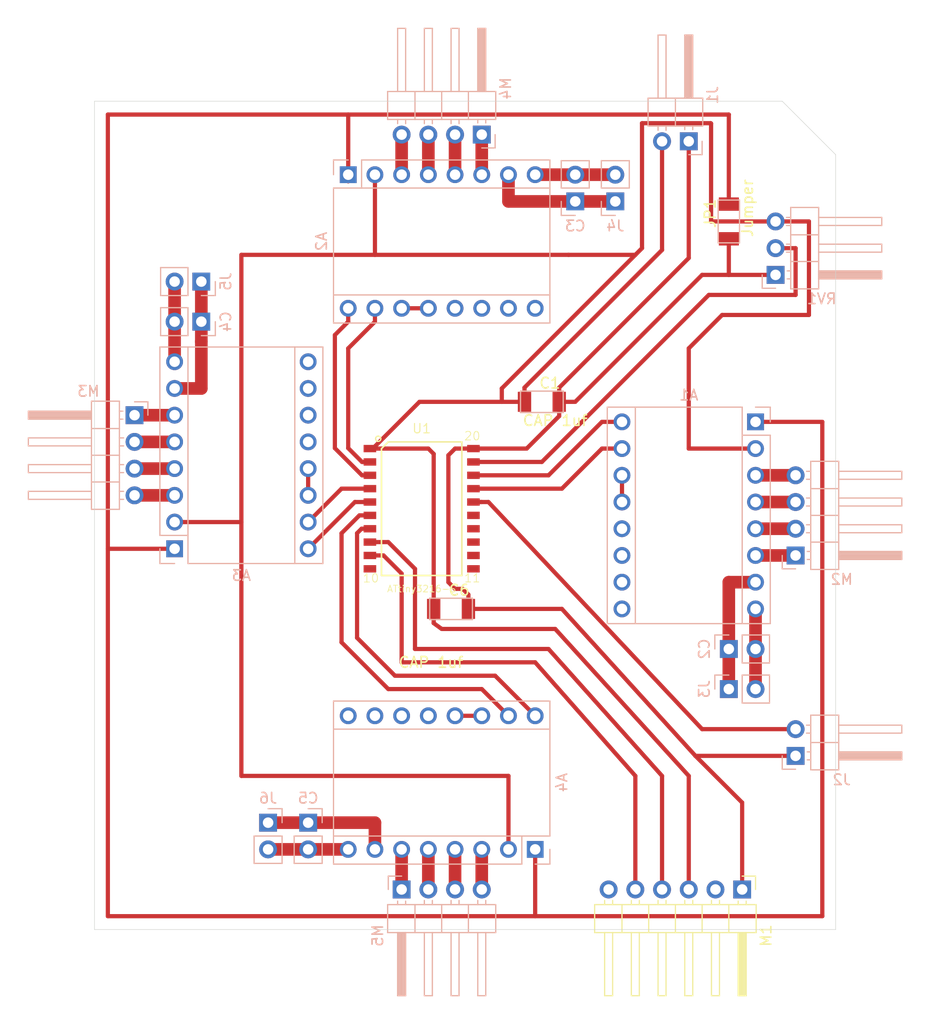
<source format=kicad_pcb>
(kicad_pcb (version 20171130) (host pcbnew "(5.1.5-0-10_14)")

  (general
    (thickness 1.6)
    (drawings 5)
    (tracks 163)
    (zones 0)
    (modules 24)
    (nets 41)
  )

  (page A4)
  (layers
    (0 F.Cu signal)
    (31 B.Cu signal)
    (32 B.Adhes user)
    (33 F.Adhes user)
    (34 B.Paste user)
    (35 F.Paste user)
    (36 B.SilkS user)
    (37 F.SilkS user)
    (38 B.Mask user)
    (39 F.Mask user)
    (40 Dwgs.User user)
    (41 Cmts.User user)
    (42 Eco1.User user)
    (43 Eco2.User user)
    (44 Edge.Cuts user)
    (45 Margin user)
    (46 B.CrtYd user)
    (47 F.CrtYd user)
    (48 B.Fab user)
    (49 F.Fab user)
  )

  (setup
    (last_trace_width 0.4)
    (trace_clearance 0.42)
    (zone_clearance 0.508)
    (zone_45_only no)
    (trace_min 0.2)
    (via_size 1.2)
    (via_drill 1)
    (via_min_size 0.4)
    (via_min_drill 0.3)
    (uvia_size 1.2)
    (uvia_drill 1)
    (uvias_allowed no)
    (uvia_min_size 0.2)
    (uvia_min_drill 0.1)
    (edge_width 0.05)
    (segment_width 0.2)
    (pcb_text_width 0.3)
    (pcb_text_size 1.5 1.5)
    (mod_edge_width 0.12)
    (mod_text_size 1 1)
    (mod_text_width 0.15)
    (pad_size 1.6 1.6)
    (pad_drill 1)
    (pad_to_mask_clearance 0.051)
    (solder_mask_min_width 0.25)
    (aux_axis_origin 0 0)
    (visible_elements FFFFFF7F)
    (pcbplotparams
      (layerselection 0x01000_7fffffff)
      (usegerberextensions false)
      (usegerberattributes false)
      (usegerberadvancedattributes false)
      (creategerberjobfile false)
      (excludeedgelayer true)
      (linewidth 0.100000)
      (plotframeref false)
      (viasonmask false)
      (mode 1)
      (useauxorigin false)
      (hpglpennumber 1)
      (hpglpenspeed 20)
      (hpglpendiameter 15.000000)
      (psnegative false)
      (psa4output false)
      (plotreference true)
      (plotvalue true)
      (plotinvisibletext false)
      (padsonsilk false)
      (subtractmaskfromsilk false)
      (outputformat 1)
      (mirror false)
      (drillshape 0)
      (scaleselection 1)
      (outputdirectory ""))
  )

  (net 0 "")
  (net 1 "Net-(A1-Pad16)")
  (net 2 VCC)
  (net 3 "Net-(A1-Pad15)")
  (net 4 GND)
  (net 5 "Net-(A1-Pad13)")
  (net 6 "Net-(A1-Pad6)")
  (net 7 "Net-(A1-Pad5)")
  (net 8 "Net-(A1-Pad4)")
  (net 9 "Net-(A1-Pad3)")
  (net 10 "Net-(A2-Pad16)")
  (net 11 "Net-(A2-Pad15)")
  (net 12 "Net-(A2-Pad13)")
  (net 13 "Net-(A2-Pad6)")
  (net 14 "Net-(A2-Pad5)")
  (net 15 "Net-(A2-Pad4)")
  (net 16 "Net-(A2-Pad3)")
  (net 17 "Net-(A3-Pad16)")
  (net 18 "Net-(A3-Pad15)")
  (net 19 "Net-(A3-Pad13)")
  (net 20 "Net-(A3-Pad6)")
  (net 21 "Net-(A3-Pad5)")
  (net 22 "Net-(A3-Pad4)")
  (net 23 "Net-(A4-Pad16)")
  (net 24 "Net-(A4-Pad15)")
  (net 25 "Net-(A4-Pad13)")
  (net 26 "Net-(A4-Pad6)")
  (net 27 "Net-(A4-Pad5)")
  (net 28 "Net-(A4-Pad4)")
  (net 29 "Net-(A4-Pad3)")
  (net 30 "Net-(M1-Pad5)")
  (net 31 "Net-(M1-Pad4)")
  (net 32 "Net-(RV1-Pad2)")
  (net 33 "Net-(A1-Pad8)")
  (net 34 "Net-(A1-Pad7)")
  (net 35 "Net-(A2-Pad8)")
  (net 36 "Net-(A2-Pad7)")
  (net 37 "Net-(A3-Pad8)")
  (net 38 "Net-(A3-Pad7)")
  (net 39 "Net-(A4-Pad8)")
  (net 40 "Net-(A4-Pad7)")

  (net_class Default "This is the default net class."
    (clearance 0.42)
    (trace_width 0.4)
    (via_dia 1.2)
    (via_drill 1)
    (uvia_dia 1.2)
    (uvia_drill 1)
    (diff_pair_width 0.4)
    (diff_pair_gap 0.4)
    (add_net GND)
    (add_net "Net-(A1-Pad10)")
    (add_net "Net-(A1-Pad11)")
    (add_net "Net-(A1-Pad12)")
    (add_net "Net-(A1-Pad13)")
    (add_net "Net-(A1-Pad15)")
    (add_net "Net-(A1-Pad16)")
    (add_net "Net-(A1-Pad3)")
    (add_net "Net-(A1-Pad4)")
    (add_net "Net-(A1-Pad5)")
    (add_net "Net-(A1-Pad6)")
    (add_net "Net-(A1-Pad7)")
    (add_net "Net-(A1-Pad8)")
    (add_net "Net-(A1-Pad9)")
    (add_net "Net-(A2-Pad10)")
    (add_net "Net-(A2-Pad11)")
    (add_net "Net-(A2-Pad12)")
    (add_net "Net-(A2-Pad13)")
    (add_net "Net-(A2-Pad15)")
    (add_net "Net-(A2-Pad16)")
    (add_net "Net-(A2-Pad3)")
    (add_net "Net-(A2-Pad4)")
    (add_net "Net-(A2-Pad5)")
    (add_net "Net-(A2-Pad6)")
    (add_net "Net-(A2-Pad7)")
    (add_net "Net-(A2-Pad8)")
    (add_net "Net-(A2-Pad9)")
    (add_net "Net-(A3-Pad10)")
    (add_net "Net-(A3-Pad11)")
    (add_net "Net-(A3-Pad12)")
    (add_net "Net-(A3-Pad13)")
    (add_net "Net-(A3-Pad15)")
    (add_net "Net-(A3-Pad16)")
    (add_net "Net-(A3-Pad3)")
    (add_net "Net-(A3-Pad4)")
    (add_net "Net-(A3-Pad5)")
    (add_net "Net-(A3-Pad6)")
    (add_net "Net-(A3-Pad7)")
    (add_net "Net-(A3-Pad8)")
    (add_net "Net-(A3-Pad9)")
    (add_net "Net-(A4-Pad10)")
    (add_net "Net-(A4-Pad11)")
    (add_net "Net-(A4-Pad12)")
    (add_net "Net-(A4-Pad13)")
    (add_net "Net-(A4-Pad15)")
    (add_net "Net-(A4-Pad16)")
    (add_net "Net-(A4-Pad3)")
    (add_net "Net-(A4-Pad4)")
    (add_net "Net-(A4-Pad5)")
    (add_net "Net-(A4-Pad6)")
    (add_net "Net-(A4-Pad7)")
    (add_net "Net-(A4-Pad8)")
    (add_net "Net-(A4-Pad9)")
    (add_net "Net-(M1-Pad2)")
    (add_net "Net-(M1-Pad4)")
    (add_net "Net-(M1-Pad5)")
    (add_net "Net-(M1-Pad6)")
    (add_net "Net-(M3-Pad4)")
    (add_net "Net-(RV1-Pad2)")
    (add_net "Net-(U1-Pad10)")
    (add_net "Net-(U1-Pad11)")
    (add_net "Net-(U1-Pad12)")
    (add_net "Net-(U1-Pad13)")
    (add_net "Net-(U1-Pad14)")
    (add_net "Net-(U1-Pad15)")
    (add_net "Net-(U1-Pad17)")
    (add_net "Net-(U1-Pad18)")
    (add_net VCC)
  )

  (module OPL_Integrated_Circuit:SOP20-1.27-12.7X7.65MM (layer F.Cu) (tedit 5B9E7D11) (tstamp 5EE51345)
    (at 141.605 66.04)
    (path /5EE0D4D2)
    (attr smd)
    (fp_text reference U1 (at 0 -7.62) (layer F.SilkS)
      (effects (font (size 0.889 0.889) (thickness 0.1016)))
    )
    (fp_text value ATtiny3216-S (at 0 7.62) (layer F.SilkS)
      (effects (font (size 0.635 0.635) (thickness 0.0762)))
    )
    (fp_circle (center -4.13 -6.65) (end -4.23 -6.42) (layer F.SilkS) (width 0.127))
    (fp_line (start -3.8227 6.35) (end 3.8227 6.35) (layer F.SilkS) (width 0.06604))
    (fp_line (start 3.8227 -6.35) (end 3.8227 6.35) (layer F.SilkS) (width 0.06604))
    (fp_line (start 3.8227 -6.35) (end -3.175 -6.35) (layer F.SilkS) (width 0.1524))
    (fp_line (start -3.175 -6.35) (end -3.8227 -5.69976) (layer F.SilkS) (width 0.1524))
    (fp_line (start -3.8227 -5.69976) (end -3.8227 6.35) (layer F.SilkS) (width 0.1524))
    (fp_line (start -3.8227 6.35) (end 3.8227 6.35) (layer F.SilkS) (width 0.1524))
    (fp_line (start 3.8227 6.35) (end 3.8227 -6.35) (layer F.SilkS) (width 0.1524))
    (fp_text user 20 (at 4.81076 -6.90626) (layer F.SilkS)
      (effects (font (size 0.8128 0.8128) (thickness 0.0762)))
    )
    (fp_text user 11 (at 4.81076 6.5913) (layer F.SilkS)
      (effects (font (size 0.8128 0.8128) (thickness 0.0762)))
    )
    (fp_text user 10 (at -4.826 6.604) (layer F.SilkS)
      (effects (font (size 0.8128 0.8128) (thickness 0.0762)))
    )
    (pad 1 smd rect (at -4.92252 -5.715 270) (size 0.6985 1.19888) (layers F.Cu F.Paste F.Mask)
      (net 2 VCC))
    (pad 2 smd rect (at -4.92252 -4.445 270) (size 0.6985 1.19888) (layers F.Cu F.Paste F.Mask)
      (net 11 "Net-(A2-Pad15)"))
    (pad 3 smd rect (at -4.92252 -3.175 270) (size 0.6985 1.19888) (layers F.Cu F.Paste F.Mask)
      (net 10 "Net-(A2-Pad16)"))
    (pad 4 smd rect (at -4.92252 -1.905 270) (size 0.6985 1.19888) (layers F.Cu F.Paste F.Mask)
      (net 18 "Net-(A3-Pad15)"))
    (pad 5 smd rect (at -4.92252 -0.635 270) (size 0.6985 1.19888) (layers F.Cu F.Paste F.Mask)
      (net 17 "Net-(A3-Pad16)"))
    (pad 6 smd rect (at -4.92252 0.635 270) (size 0.6985 1.19888) (layers F.Cu F.Paste F.Mask)
      (net 24 "Net-(A4-Pad15)"))
    (pad 7 smd rect (at -4.92252 1.905 270) (size 0.6985 1.19888) (layers F.Cu F.Paste F.Mask)
      (net 23 "Net-(A4-Pad16)"))
    (pad 8 smd rect (at -4.92252 3.175 270) (size 0.6985 1.19888) (layers F.Cu F.Paste F.Mask)
      (net 31 "Net-(M1-Pad4)"))
    (pad 9 smd rect (at -4.92252 4.445 270) (size 0.6985 1.19888) (layers F.Cu F.Paste F.Mask)
      (net 30 "Net-(M1-Pad5)"))
    (pad 10 smd rect (at -4.92252 5.715 270) (size 0.6985 1.19888) (layers F.Cu F.Paste F.Mask))
    (pad 11 smd rect (at 4.92252 5.715 270) (size 0.6985 1.19888) (layers F.Cu F.Paste F.Mask))
    (pad 12 smd rect (at 4.92252 4.445 270) (size 0.6985 1.19888) (layers F.Cu F.Paste F.Mask))
    (pad 13 smd rect (at 4.92252 3.175 270) (size 0.6985 1.19888) (layers F.Cu F.Paste F.Mask))
    (pad 14 smd rect (at 4.92252 1.905 270) (size 0.6985 1.19888) (layers F.Cu F.Paste F.Mask))
    (pad 15 smd rect (at 4.92252 0.635 270) (size 0.6985 1.19888) (layers F.Cu F.Paste F.Mask))
    (pad 16 smd rect (at 4.92252 -0.635 270) (size 0.6985 1.19888) (layers F.Cu F.Paste F.Mask)
      (net 4 GND))
    (pad 17 smd rect (at 4.92252 -1.905 270) (size 0.6985 1.19888) (layers F.Cu F.Paste F.Mask)
      (net 3 "Net-(A1-Pad15)"))
    (pad 18 smd rect (at 4.92252 -3.175 270) (size 0.6985 1.19888) (layers F.Cu F.Paste F.Mask)
      (net 1 "Net-(A1-Pad16)"))
    (pad 19 smd rect (at 4.92252 -4.445 270) (size 0.6985 1.19888) (layers F.Cu F.Paste F.Mask)
      (net 32 "Net-(RV1-Pad2)"))
    (pad 20 smd rect (at 4.92252 -5.715 270) (size 0.6985 1.19888) (layers F.Cu F.Paste F.Mask)
      (net 4 GND))
  )

  (module Module:Pololu_Breakout-16_15.2x20.3mm (layer B.Cu) (tedit 5EE4F3C6) (tstamp 5EE51073)
    (at 152.4 98.425 90)
    (descr "Pololu Breakout 16-pin 15.2x20.3mm 0.6x0.8\\")
    (tags "Pololu Breakout")
    (path /5EE83515)
    (fp_text reference A4 (at 6.35 2.54 270) (layer B.SilkS)
      (effects (font (size 1 1) (thickness 0.15)) (justify mirror))
    )
    (fp_text value Pololu_Breakout_A4988 (at 6.35 -20.17 270) (layer B.Fab)
      (effects (font (size 1 1) (thickness 0.15)) (justify mirror))
    )
    (fp_line (start 14.21 -19.3) (end -1.53 -19.3) (layer B.CrtYd) (width 0.05))
    (fp_line (start 14.21 -19.3) (end 14.21 1.52) (layer B.CrtYd) (width 0.05))
    (fp_line (start -1.53 1.52) (end -1.53 -19.3) (layer B.CrtYd) (width 0.05))
    (fp_line (start -1.53 1.52) (end 14.21 1.52) (layer B.CrtYd) (width 0.05))
    (fp_line (start -1.27 -19.05) (end -1.27 0) (layer B.Fab) (width 0.1))
    (fp_line (start 13.97 -19.05) (end -1.27 -19.05) (layer B.Fab) (width 0.1))
    (fp_line (start 13.97 1.27) (end 13.97 -19.05) (layer B.Fab) (width 0.1))
    (fp_line (start 0 1.27) (end 13.97 1.27) (layer B.Fab) (width 0.1))
    (fp_line (start -1.27 0) (end 0 1.27) (layer B.Fab) (width 0.1))
    (fp_line (start 14.1 1.4) (end 1.27 1.4) (layer B.SilkS) (width 0.12))
    (fp_line (start 14.1 -19.18) (end 14.1 1.4) (layer B.SilkS) (width 0.12))
    (fp_line (start -1.4 -19.18) (end 14.1 -19.18) (layer B.SilkS) (width 0.12))
    (fp_line (start -1.4 -1.27) (end -1.4 -19.18) (layer B.SilkS) (width 0.12))
    (fp_line (start 1.27 -1.27) (end -1.4 -1.27) (layer B.SilkS) (width 0.12))
    (fp_line (start 1.27 1.4) (end 1.27 -1.27) (layer B.SilkS) (width 0.12))
    (fp_line (start -1.4 1.4) (end -1.4 0) (layer B.SilkS) (width 0.12))
    (fp_line (start 0 1.4) (end -1.4 1.4) (layer B.SilkS) (width 0.12))
    (fp_line (start 1.27 -1.27) (end 1.27 -19.18) (layer B.SilkS) (width 0.12))
    (fp_line (start 11.43 1.4) (end 11.43 -19.18) (layer B.SilkS) (width 0.12))
    (fp_text user %R (at 6.35 0 270) (layer B.Fab)
      (effects (font (size 1 1) (thickness 0.15)) (justify mirror))
    )
    (pad 16 thru_hole oval (at 12.7 0 90) (size 1.6 1.6) (drill 1) (layers *.Cu *.Mask)
      (net 23 "Net-(A4-Pad16)"))
    (pad 8 thru_hole oval (at 0 -17.78 90) (size 1.6 1.6) (drill 1) (layers *.Cu *.Mask)
      (net 39 "Net-(A4-Pad8)"))
    (pad 15 thru_hole oval (at 12.7 -2.54 90) (size 1.6 1.6) (drill 1) (layers *.Cu *.Mask)
      (net 24 "Net-(A4-Pad15)"))
    (pad 7 thru_hole oval (at 0 -15.24 90) (size 1.6 1.6) (drill 1) (layers *.Cu *.Mask)
      (net 40 "Net-(A4-Pad7)"))
    (pad 14 thru_hole oval (at 12.7 -5.08 90) (size 1.6 1.6) (drill 1) (layers *.Cu *.Mask)
      (net 25 "Net-(A4-Pad13)"))
    (pad 6 thru_hole oval (at 0 -12.7 90) (size 1.6 1.6) (drill 1) (layers *.Cu *.Mask)
      (net 26 "Net-(A4-Pad6)"))
    (pad 13 thru_hole oval (at 12.7 -7.62 90) (size 1.6 1.6) (drill 1) (layers *.Cu *.Mask)
      (net 25 "Net-(A4-Pad13)"))
    (pad 5 thru_hole oval (at 0 -10.16 90) (size 1.6 1.6) (drill 1) (layers *.Cu *.Mask)
      (net 27 "Net-(A4-Pad5)"))
    (pad 12 thru_hole oval (at 12.7 -10.16 90) (size 1.6 1.6) (drill 1) (layers *.Cu *.Mask))
    (pad 4 thru_hole oval (at 0 -7.62 90) (size 1.6 1.6) (drill 1) (layers *.Cu *.Mask)
      (net 28 "Net-(A4-Pad4)"))
    (pad 11 thru_hole oval (at 12.7 -12.7 90) (size 1.6 1.6) (drill 1) (layers *.Cu *.Mask))
    (pad 3 thru_hole oval (at 0 -5.08 90) (size 1.6 1.6) (drill 1) (layers *.Cu *.Mask)
      (net 29 "Net-(A4-Pad3)"))
    (pad 10 thru_hole oval (at 12.7 -15.24 90) (size 1.6 1.6) (drill 1) (layers *.Cu *.Mask))
    (pad 2 thru_hole oval (at 0 -2.54 90) (size 1.6 1.6) (drill 1) (layers *.Cu *.Mask)
      (net 2 VCC))
    (pad 9 thru_hole oval (at 12.7 -17.78 90) (size 1.6 1.6) (drill 1) (layers *.Cu *.Mask))
    (pad 1 thru_hole rect (at 0 0 90) (size 1.6 1.6) (drill 1) (layers *.Cu *.Mask)
      (net 4 GND))
    (model ${KISYS3DMOD}/Module.3dshapes/Pololu_Breakout-16_15.2x20.3mm.wrl
      (at (xyz 0 0 0))
      (scale (xyz 1 1 1))
      (rotate (xyz 0 0 0))
    )
  )

  (module Module:Pololu_Breakout-16_15.2x20.3mm (layer B.Cu) (tedit 5EE4F1B3) (tstamp 5EE50FFB)
    (at 173.355 57.785 180)
    (descr "Pololu Breakout 16-pin 15.2x20.3mm 0.6x0.8\\")
    (tags "Pololu Breakout")
    (path /5EE47C92)
    (fp_text reference A1 (at 6.35 2.54) (layer B.SilkS)
      (effects (font (size 1 1) (thickness 0.15)) (justify mirror))
    )
    (fp_text value Pololu_Breakout_A4988 (at 6.35 -20.17) (layer B.Fab)
      (effects (font (size 1 1) (thickness 0.15)) (justify mirror))
    )
    (fp_line (start 14.21 -19.3) (end -1.53 -19.3) (layer B.CrtYd) (width 0.05))
    (fp_line (start 14.21 -19.3) (end 14.21 1.52) (layer B.CrtYd) (width 0.05))
    (fp_line (start -1.53 1.52) (end -1.53 -19.3) (layer B.CrtYd) (width 0.05))
    (fp_line (start -1.53 1.52) (end 14.21 1.52) (layer B.CrtYd) (width 0.05))
    (fp_line (start -1.27 -19.05) (end -1.27 0) (layer B.Fab) (width 0.1))
    (fp_line (start 13.97 -19.05) (end -1.27 -19.05) (layer B.Fab) (width 0.1))
    (fp_line (start 13.97 1.27) (end 13.97 -19.05) (layer B.Fab) (width 0.1))
    (fp_line (start 0 1.27) (end 13.97 1.27) (layer B.Fab) (width 0.1))
    (fp_line (start -1.27 0) (end 0 1.27) (layer B.Fab) (width 0.1))
    (fp_line (start 14.1 1.4) (end 1.27 1.4) (layer B.SilkS) (width 0.12))
    (fp_line (start 14.1 -19.18) (end 14.1 1.4) (layer B.SilkS) (width 0.12))
    (fp_line (start -1.4 -19.18) (end 14.1 -19.18) (layer B.SilkS) (width 0.12))
    (fp_line (start -1.4 -1.27) (end -1.4 -19.18) (layer B.SilkS) (width 0.12))
    (fp_line (start 1.27 -1.27) (end -1.4 -1.27) (layer B.SilkS) (width 0.12))
    (fp_line (start 1.27 1.4) (end 1.27 -1.27) (layer B.SilkS) (width 0.12))
    (fp_line (start -1.4 1.4) (end -1.4 0) (layer B.SilkS) (width 0.12))
    (fp_line (start 0 1.4) (end -1.4 1.4) (layer B.SilkS) (width 0.12))
    (fp_line (start 1.27 -1.27) (end 1.27 -19.18) (layer B.SilkS) (width 0.12))
    (fp_line (start 11.43 1.4) (end 11.43 -19.18) (layer B.SilkS) (width 0.12))
    (fp_text user %R (at 6.35 0) (layer B.Fab)
      (effects (font (size 1 1) (thickness 0.15)) (justify mirror))
    )
    (pad 16 thru_hole oval (at 12.7 0 180) (size 1.6 1.6) (drill 1) (layers *.Cu *.Mask)
      (net 1 "Net-(A1-Pad16)"))
    (pad 8 thru_hole oval (at 0 -17.78 180) (size 1.6 1.6) (drill 1) (layers *.Cu *.Mask)
      (net 33 "Net-(A1-Pad8)"))
    (pad 15 thru_hole oval (at 12.7 -2.54 180) (size 1.6 1.6) (drill 1) (layers *.Cu *.Mask)
      (net 3 "Net-(A1-Pad15)"))
    (pad 7 thru_hole oval (at 0 -15.24 180) (size 1.6 1.6) (drill 1) (layers *.Cu *.Mask)
      (net 34 "Net-(A1-Pad7)"))
    (pad 14 thru_hole oval (at 12.7 -5.08 180) (size 1.6 1.6) (drill 1) (layers *.Cu *.Mask)
      (net 5 "Net-(A1-Pad13)"))
    (pad 6 thru_hole oval (at 0 -12.7 180) (size 1.6 1.6) (drill 1) (layers *.Cu *.Mask)
      (net 6 "Net-(A1-Pad6)"))
    (pad 13 thru_hole oval (at 12.7 -7.62 180) (size 1.6 1.6) (drill 1) (layers *.Cu *.Mask)
      (net 5 "Net-(A1-Pad13)"))
    (pad 5 thru_hole oval (at 0 -10.16 180) (size 1.6 1.6) (drill 1) (layers *.Cu *.Mask)
      (net 7 "Net-(A1-Pad5)"))
    (pad 12 thru_hole oval (at 12.7 -10.16 180) (size 1.6 1.6) (drill 1) (layers *.Cu *.Mask))
    (pad 4 thru_hole oval (at 0 -7.62 180) (size 1.6 1.6) (drill 1) (layers *.Cu *.Mask)
      (net 8 "Net-(A1-Pad4)"))
    (pad 11 thru_hole oval (at 12.7 -12.7 180) (size 1.6 1.6) (drill 1) (layers *.Cu *.Mask))
    (pad 3 thru_hole oval (at 0 -5.08 180) (size 1.6 1.6) (drill 1) (layers *.Cu *.Mask)
      (net 9 "Net-(A1-Pad3)"))
    (pad 10 thru_hole oval (at 12.7 -15.24 180) (size 1.6 1.6) (drill 1) (layers *.Cu *.Mask))
    (pad 2 thru_hole oval (at 0 -2.54 180) (size 1.6 1.6) (drill 1) (layers *.Cu *.Mask)
      (net 2 VCC))
    (pad 9 thru_hole oval (at 12.7 -17.78 180) (size 1.6 1.6) (drill 1) (layers *.Cu *.Mask))
    (pad 1 thru_hole rect (at 0 0 180) (size 1.6 1.6) (drill 1) (layers *.Cu *.Mask)
      (net 4 GND))
    (model ${KISYS3DMOD}/Module.3dshapes/Pololu_Breakout-16_15.2x20.3mm.wrl
      (at (xyz 0 0 0))
      (scale (xyz 1 1 1))
      (rotate (xyz 0 0 0))
    )
  )

  (module Connector_PinHeader_2.54mm:PinHeader_1x02_P2.54mm_Vertical (layer B.Cu) (tedit 59FED5CC) (tstamp 5EE510A5)
    (at 130.81 95.885 180)
    (descr "Through hole straight pin header, 1x02, 2.54mm pitch, single row")
    (tags "Through hole pin header THT 1x02 2.54mm single row")
    (path /5EE8351E)
    (fp_text reference C5 (at 0 2.33) (layer B.SilkS)
      (effects (font (size 1 1) (thickness 0.15)) (justify mirror))
    )
    (fp_text value "CAP 100uf" (at 0 -4.87) (layer B.Fab)
      (effects (font (size 1 1) (thickness 0.15)) (justify mirror))
    )
    (fp_text user %R (at 0 -1.27 270) (layer B.Fab)
      (effects (font (size 1 1) (thickness 0.15)) (justify mirror))
    )
    (fp_line (start 1.8 1.8) (end -1.8 1.8) (layer B.CrtYd) (width 0.05))
    (fp_line (start 1.8 -4.35) (end 1.8 1.8) (layer B.CrtYd) (width 0.05))
    (fp_line (start -1.8 -4.35) (end 1.8 -4.35) (layer B.CrtYd) (width 0.05))
    (fp_line (start -1.8 1.8) (end -1.8 -4.35) (layer B.CrtYd) (width 0.05))
    (fp_line (start -1.33 1.33) (end 0 1.33) (layer B.SilkS) (width 0.12))
    (fp_line (start -1.33 0) (end -1.33 1.33) (layer B.SilkS) (width 0.12))
    (fp_line (start -1.33 -1.27) (end 1.33 -1.27) (layer B.SilkS) (width 0.12))
    (fp_line (start 1.33 -1.27) (end 1.33 -3.87) (layer B.SilkS) (width 0.12))
    (fp_line (start -1.33 -1.27) (end -1.33 -3.87) (layer B.SilkS) (width 0.12))
    (fp_line (start -1.33 -3.87) (end 1.33 -3.87) (layer B.SilkS) (width 0.12))
    (fp_line (start -1.27 0.635) (end -0.635 1.27) (layer B.Fab) (width 0.1))
    (fp_line (start -1.27 -3.81) (end -1.27 0.635) (layer B.Fab) (width 0.1))
    (fp_line (start 1.27 -3.81) (end -1.27 -3.81) (layer B.Fab) (width 0.1))
    (fp_line (start 1.27 1.27) (end 1.27 -3.81) (layer B.Fab) (width 0.1))
    (fp_line (start -0.635 1.27) (end 1.27 1.27) (layer B.Fab) (width 0.1))
    (pad 2 thru_hole oval (at 0 -2.54 180) (size 1.7 1.7) (drill 1) (layers *.Cu *.Mask)
      (net 39 "Net-(A4-Pad8)"))
    (pad 1 thru_hole rect (at 0 0 180) (size 1.7 1.7) (drill 1) (layers *.Cu *.Mask)
      (net 40 "Net-(A4-Pad7)"))
    (model ${KISYS3DMOD}/Connector_PinHeader_2.54mm.3dshapes/PinHeader_1x02_P2.54mm_Vertical.wrl
      (at (xyz 0 0 0))
      (scale (xyz 1 1 1))
      (rotate (xyz 0 0 0))
    )
  )

  (module Connector_PinHeader_2.54mm:PinHeader_1x02_P2.54mm_Vertical (layer B.Cu) (tedit 59FED5CC) (tstamp 5EE5109B)
    (at 120.65 48.26 90)
    (descr "Through hole straight pin header, 1x02, 2.54mm pitch, single row")
    (tags "Through hole pin header THT 1x02 2.54mm single row")
    (path /5EE7EB10)
    (fp_text reference C4 (at 0 2.33 270) (layer B.SilkS)
      (effects (font (size 1 1) (thickness 0.15)) (justify mirror))
    )
    (fp_text value "CAP 100uf" (at 0 -4.87 270) (layer B.Fab)
      (effects (font (size 1 1) (thickness 0.15)) (justify mirror))
    )
    (fp_text user %R (at 0 -1.27) (layer B.Fab)
      (effects (font (size 1 1) (thickness 0.15)) (justify mirror))
    )
    (fp_line (start 1.8 1.8) (end -1.8 1.8) (layer B.CrtYd) (width 0.05))
    (fp_line (start 1.8 -4.35) (end 1.8 1.8) (layer B.CrtYd) (width 0.05))
    (fp_line (start -1.8 -4.35) (end 1.8 -4.35) (layer B.CrtYd) (width 0.05))
    (fp_line (start -1.8 1.8) (end -1.8 -4.35) (layer B.CrtYd) (width 0.05))
    (fp_line (start -1.33 1.33) (end 0 1.33) (layer B.SilkS) (width 0.12))
    (fp_line (start -1.33 0) (end -1.33 1.33) (layer B.SilkS) (width 0.12))
    (fp_line (start -1.33 -1.27) (end 1.33 -1.27) (layer B.SilkS) (width 0.12))
    (fp_line (start 1.33 -1.27) (end 1.33 -3.87) (layer B.SilkS) (width 0.12))
    (fp_line (start -1.33 -1.27) (end -1.33 -3.87) (layer B.SilkS) (width 0.12))
    (fp_line (start -1.33 -3.87) (end 1.33 -3.87) (layer B.SilkS) (width 0.12))
    (fp_line (start -1.27 0.635) (end -0.635 1.27) (layer B.Fab) (width 0.1))
    (fp_line (start -1.27 -3.81) (end -1.27 0.635) (layer B.Fab) (width 0.1))
    (fp_line (start 1.27 -3.81) (end -1.27 -3.81) (layer B.Fab) (width 0.1))
    (fp_line (start 1.27 1.27) (end 1.27 -3.81) (layer B.Fab) (width 0.1))
    (fp_line (start -0.635 1.27) (end 1.27 1.27) (layer B.Fab) (width 0.1))
    (pad 2 thru_hole oval (at 0 -2.54 90) (size 1.7 1.7) (drill 1) (layers *.Cu *.Mask)
      (net 37 "Net-(A3-Pad8)"))
    (pad 1 thru_hole rect (at 0 0 90) (size 1.7 1.7) (drill 1) (layers *.Cu *.Mask)
      (net 38 "Net-(A3-Pad7)"))
    (model ${KISYS3DMOD}/Connector_PinHeader_2.54mm.3dshapes/PinHeader_1x02_P2.54mm_Vertical.wrl
      (at (xyz 0 0 0))
      (scale (xyz 1 1 1))
      (rotate (xyz 0 0 0))
    )
  )

  (module Connector_PinHeader_2.54mm:PinHeader_1x02_P2.54mm_Vertical (layer B.Cu) (tedit 59FED5CC) (tstamp 5EE51091)
    (at 156.21 36.83)
    (descr "Through hole straight pin header, 1x02, 2.54mm pitch, single row")
    (tags "Through hole pin header THT 1x02 2.54mm single row")
    (path /5EE79DC0)
    (fp_text reference C3 (at 0 2.33) (layer B.SilkS)
      (effects (font (size 1 1) (thickness 0.15)) (justify mirror))
    )
    (fp_text value "CAP 100uf" (at 0 -4.87) (layer B.Fab)
      (effects (font (size 1 1) (thickness 0.15)) (justify mirror))
    )
    (fp_text user %R (at 0 -1.27 -90) (layer B.Fab)
      (effects (font (size 1 1) (thickness 0.15)) (justify mirror))
    )
    (fp_line (start 1.8 1.8) (end -1.8 1.8) (layer B.CrtYd) (width 0.05))
    (fp_line (start 1.8 -4.35) (end 1.8 1.8) (layer B.CrtYd) (width 0.05))
    (fp_line (start -1.8 -4.35) (end 1.8 -4.35) (layer B.CrtYd) (width 0.05))
    (fp_line (start -1.8 1.8) (end -1.8 -4.35) (layer B.CrtYd) (width 0.05))
    (fp_line (start -1.33 1.33) (end 0 1.33) (layer B.SilkS) (width 0.12))
    (fp_line (start -1.33 0) (end -1.33 1.33) (layer B.SilkS) (width 0.12))
    (fp_line (start -1.33 -1.27) (end 1.33 -1.27) (layer B.SilkS) (width 0.12))
    (fp_line (start 1.33 -1.27) (end 1.33 -3.87) (layer B.SilkS) (width 0.12))
    (fp_line (start -1.33 -1.27) (end -1.33 -3.87) (layer B.SilkS) (width 0.12))
    (fp_line (start -1.33 -3.87) (end 1.33 -3.87) (layer B.SilkS) (width 0.12))
    (fp_line (start -1.27 0.635) (end -0.635 1.27) (layer B.Fab) (width 0.1))
    (fp_line (start -1.27 -3.81) (end -1.27 0.635) (layer B.Fab) (width 0.1))
    (fp_line (start 1.27 -3.81) (end -1.27 -3.81) (layer B.Fab) (width 0.1))
    (fp_line (start 1.27 1.27) (end 1.27 -3.81) (layer B.Fab) (width 0.1))
    (fp_line (start -0.635 1.27) (end 1.27 1.27) (layer B.Fab) (width 0.1))
    (pad 2 thru_hole oval (at 0 -2.54) (size 1.7 1.7) (drill 1) (layers *.Cu *.Mask)
      (net 35 "Net-(A2-Pad8)"))
    (pad 1 thru_hole rect (at 0 0) (size 1.7 1.7) (drill 1) (layers *.Cu *.Mask)
      (net 36 "Net-(A2-Pad7)"))
    (model ${KISYS3DMOD}/Connector_PinHeader_2.54mm.3dshapes/PinHeader_1x02_P2.54mm_Vertical.wrl
      (at (xyz 0 0 0))
      (scale (xyz 1 1 1))
      (rotate (xyz 0 0 0))
    )
  )

  (module Connector_PinHeader_2.54mm:PinHeader_1x02_P2.54mm_Vertical (layer B.Cu) (tedit 59FED5CC) (tstamp 5EE51087)
    (at 170.815 79.375 270)
    (descr "Through hole straight pin header, 1x02, 2.54mm pitch, single row")
    (tags "Through hole pin header THT 1x02 2.54mm single row")
    (path /5EE5B9A1)
    (fp_text reference C2 (at 0 2.33 270) (layer B.SilkS)
      (effects (font (size 1 1) (thickness 0.15)) (justify mirror))
    )
    (fp_text value "CAP 100uf" (at 0 -4.87 270) (layer B.Fab)
      (effects (font (size 1 1) (thickness 0.15)) (justify mirror))
    )
    (fp_text user %R (at 0 -1.27) (layer B.Fab)
      (effects (font (size 1 1) (thickness 0.15)) (justify mirror))
    )
    (fp_line (start 1.8 1.8) (end -1.8 1.8) (layer B.CrtYd) (width 0.05))
    (fp_line (start 1.8 -4.35) (end 1.8 1.8) (layer B.CrtYd) (width 0.05))
    (fp_line (start -1.8 -4.35) (end 1.8 -4.35) (layer B.CrtYd) (width 0.05))
    (fp_line (start -1.8 1.8) (end -1.8 -4.35) (layer B.CrtYd) (width 0.05))
    (fp_line (start -1.33 1.33) (end 0 1.33) (layer B.SilkS) (width 0.12))
    (fp_line (start -1.33 0) (end -1.33 1.33) (layer B.SilkS) (width 0.12))
    (fp_line (start -1.33 -1.27) (end 1.33 -1.27) (layer B.SilkS) (width 0.12))
    (fp_line (start 1.33 -1.27) (end 1.33 -3.87) (layer B.SilkS) (width 0.12))
    (fp_line (start -1.33 -1.27) (end -1.33 -3.87) (layer B.SilkS) (width 0.12))
    (fp_line (start -1.33 -3.87) (end 1.33 -3.87) (layer B.SilkS) (width 0.12))
    (fp_line (start -1.27 0.635) (end -0.635 1.27) (layer B.Fab) (width 0.1))
    (fp_line (start -1.27 -3.81) (end -1.27 0.635) (layer B.Fab) (width 0.1))
    (fp_line (start 1.27 -3.81) (end -1.27 -3.81) (layer B.Fab) (width 0.1))
    (fp_line (start 1.27 1.27) (end 1.27 -3.81) (layer B.Fab) (width 0.1))
    (fp_line (start -0.635 1.27) (end 1.27 1.27) (layer B.Fab) (width 0.1))
    (pad 2 thru_hole oval (at 0 -2.54 270) (size 1.7 1.7) (drill 1) (layers *.Cu *.Mask)
      (net 33 "Net-(A1-Pad8)"))
    (pad 1 thru_hole rect (at 0 0 270) (size 1.7 1.7) (drill 1) (layers *.Cu *.Mask)
      (net 34 "Net-(A1-Pad7)"))
    (model ${KISYS3DMOD}/Connector_PinHeader_2.54mm.3dshapes/PinHeader_1x02_P2.54mm_Vertical.wrl
      (at (xyz 0 0 0))
      (scale (xyz 1 1 1))
      (rotate (xyz 0 0 0))
    )
  )

  (module Module:Pololu_Breakout-16_15.2x20.3mm (layer B.Cu) (tedit 5EE4F1FD) (tstamp 5EE51023)
    (at 134.62 34.29 270)
    (descr "Pololu Breakout 16-pin 15.2x20.3mm 0.6x0.8\\")
    (tags "Pololu Breakout")
    (path /5EE79DB7)
    (fp_text reference A2 (at 6.35 2.54 270) (layer B.SilkS)
      (effects (font (size 1 1) (thickness 0.15)) (justify mirror))
    )
    (fp_text value Pololu_Breakout_A4988 (at 6.35 -20.17 270) (layer B.Fab)
      (effects (font (size 1 1) (thickness 0.15)) (justify mirror))
    )
    (fp_line (start 14.21 -19.3) (end -1.53 -19.3) (layer B.CrtYd) (width 0.05))
    (fp_line (start 14.21 -19.3) (end 14.21 1.52) (layer B.CrtYd) (width 0.05))
    (fp_line (start -1.53 1.52) (end -1.53 -19.3) (layer B.CrtYd) (width 0.05))
    (fp_line (start -1.53 1.52) (end 14.21 1.52) (layer B.CrtYd) (width 0.05))
    (fp_line (start -1.27 -19.05) (end -1.27 0) (layer B.Fab) (width 0.1))
    (fp_line (start 13.97 -19.05) (end -1.27 -19.05) (layer B.Fab) (width 0.1))
    (fp_line (start 13.97 1.27) (end 13.97 -19.05) (layer B.Fab) (width 0.1))
    (fp_line (start 0 1.27) (end 13.97 1.27) (layer B.Fab) (width 0.1))
    (fp_line (start -1.27 0) (end 0 1.27) (layer B.Fab) (width 0.1))
    (fp_line (start 14.1 1.4) (end 1.27 1.4) (layer B.SilkS) (width 0.12))
    (fp_line (start 14.1 -19.18) (end 14.1 1.4) (layer B.SilkS) (width 0.12))
    (fp_line (start -1.4 -19.18) (end 14.1 -19.18) (layer B.SilkS) (width 0.12))
    (fp_line (start -1.4 -1.27) (end -1.4 -19.18) (layer B.SilkS) (width 0.12))
    (fp_line (start 1.27 -1.27) (end -1.4 -1.27) (layer B.SilkS) (width 0.12))
    (fp_line (start 1.27 1.4) (end 1.27 -1.27) (layer B.SilkS) (width 0.12))
    (fp_line (start -1.4 1.4) (end -1.4 0) (layer B.SilkS) (width 0.12))
    (fp_line (start 0 1.4) (end -1.4 1.4) (layer B.SilkS) (width 0.12))
    (fp_line (start 1.27 -1.27) (end 1.27 -19.18) (layer B.SilkS) (width 0.12))
    (fp_line (start 11.43 1.4) (end 11.43 -19.18) (layer B.SilkS) (width 0.12))
    (fp_text user %R (at 6.35 0 270) (layer B.Fab)
      (effects (font (size 1 1) (thickness 0.15)) (justify mirror))
    )
    (pad 16 thru_hole oval (at 12.7 0 270) (size 1.6 1.6) (drill 1) (layers *.Cu *.Mask)
      (net 10 "Net-(A2-Pad16)"))
    (pad 8 thru_hole oval (at 0 -17.78 270) (size 1.6 1.6) (drill 1) (layers *.Cu *.Mask)
      (net 35 "Net-(A2-Pad8)"))
    (pad 15 thru_hole oval (at 12.7 -2.54 270) (size 1.6 1.6) (drill 1) (layers *.Cu *.Mask)
      (net 11 "Net-(A2-Pad15)"))
    (pad 7 thru_hole oval (at 0 -15.24 270) (size 1.6 1.6) (drill 1) (layers *.Cu *.Mask)
      (net 36 "Net-(A2-Pad7)"))
    (pad 14 thru_hole oval (at 12.7 -5.08 270) (size 1.6 1.6) (drill 1) (layers *.Cu *.Mask)
      (net 12 "Net-(A2-Pad13)"))
    (pad 6 thru_hole oval (at 0 -12.7 270) (size 1.6 1.6) (drill 1) (layers *.Cu *.Mask)
      (net 13 "Net-(A2-Pad6)"))
    (pad 13 thru_hole oval (at 12.7 -7.62 270) (size 1.6 1.6) (drill 1) (layers *.Cu *.Mask)
      (net 12 "Net-(A2-Pad13)"))
    (pad 5 thru_hole oval (at 0 -10.16 270) (size 1.6 1.6) (drill 1) (layers *.Cu *.Mask)
      (net 14 "Net-(A2-Pad5)"))
    (pad 12 thru_hole oval (at 12.7 -10.16 270) (size 1.6 1.6) (drill 1) (layers *.Cu *.Mask))
    (pad 4 thru_hole oval (at 0 -7.62 270) (size 1.6 1.6) (drill 1) (layers *.Cu *.Mask)
      (net 15 "Net-(A2-Pad4)"))
    (pad 11 thru_hole oval (at 12.7 -12.7 270) (size 1.6 1.6) (drill 1) (layers *.Cu *.Mask))
    (pad 3 thru_hole oval (at 0 -5.08 270) (size 1.6 1.6) (drill 1) (layers *.Cu *.Mask)
      (net 16 "Net-(A2-Pad3)"))
    (pad 10 thru_hole oval (at 12.7 -15.24 270) (size 1.6 1.6) (drill 1) (layers *.Cu *.Mask))
    (pad 2 thru_hole oval (at 0 -2.54 270) (size 1.6 1.6) (drill 1) (layers *.Cu *.Mask)
      (net 2 VCC))
    (pad 9 thru_hole oval (at 12.7 -17.78 270) (size 1.6 1.6) (drill 1) (layers *.Cu *.Mask))
    (pad 1 thru_hole rect (at 0 0 270) (size 1.6 1.6) (drill 1) (layers *.Cu *.Mask)
      (net 4 GND))
    (model ${KISYS3DMOD}/Module.3dshapes/Pololu_Breakout-16_15.2x20.3mm.wrl
      (at (xyz 0 0 0))
      (scale (xyz 1 1 1))
      (rotate (xyz 0 0 0))
    )
  )

  (module Module:Pololu_Breakout-16_15.2x20.3mm (layer B.Cu) (tedit 5EE4F375) (tstamp 5EE5104B)
    (at 118.11 69.85)
    (descr "Pololu Breakout 16-pin 15.2x20.3mm 0.6x0.8\\")
    (tags "Pololu Breakout")
    (path /5EE7EB07)
    (fp_text reference A3 (at 6.35 2.54) (layer B.SilkS)
      (effects (font (size 1 1) (thickness 0.15)) (justify mirror))
    )
    (fp_text value Pololu_Breakout_A4988 (at 6.35 -20.17) (layer B.Fab)
      (effects (font (size 1 1) (thickness 0.15)) (justify mirror))
    )
    (fp_line (start 14.21 -19.3) (end -1.53 -19.3) (layer B.CrtYd) (width 0.05))
    (fp_line (start 14.21 -19.3) (end 14.21 1.52) (layer B.CrtYd) (width 0.05))
    (fp_line (start -1.53 1.52) (end -1.53 -19.3) (layer B.CrtYd) (width 0.05))
    (fp_line (start -1.53 1.52) (end 14.21 1.52) (layer B.CrtYd) (width 0.05))
    (fp_line (start -1.27 -19.05) (end -1.27 0) (layer B.Fab) (width 0.1))
    (fp_line (start 13.97 -19.05) (end -1.27 -19.05) (layer B.Fab) (width 0.1))
    (fp_line (start 13.97 1.27) (end 13.97 -19.05) (layer B.Fab) (width 0.1))
    (fp_line (start 0 1.27) (end 13.97 1.27) (layer B.Fab) (width 0.1))
    (fp_line (start -1.27 0) (end 0 1.27) (layer B.Fab) (width 0.1))
    (fp_line (start 14.1 1.4) (end 1.27 1.4) (layer B.SilkS) (width 0.12))
    (fp_line (start 14.1 -19.18) (end 14.1 1.4) (layer B.SilkS) (width 0.12))
    (fp_line (start -1.4 -19.18) (end 14.1 -19.18) (layer B.SilkS) (width 0.12))
    (fp_line (start -1.4 -1.27) (end -1.4 -19.18) (layer B.SilkS) (width 0.12))
    (fp_line (start 1.27 -1.27) (end -1.4 -1.27) (layer B.SilkS) (width 0.12))
    (fp_line (start 1.27 1.4) (end 1.27 -1.27) (layer B.SilkS) (width 0.12))
    (fp_line (start -1.4 1.4) (end -1.4 0) (layer B.SilkS) (width 0.12))
    (fp_line (start 0 1.4) (end -1.4 1.4) (layer B.SilkS) (width 0.12))
    (fp_line (start 1.27 -1.27) (end 1.27 -19.18) (layer B.SilkS) (width 0.12))
    (fp_line (start 11.43 1.4) (end 11.43 -19.18) (layer B.SilkS) (width 0.12))
    (fp_text user %R (at 6.35 0) (layer B.Fab)
      (effects (font (size 1 1) (thickness 0.15)) (justify mirror))
    )
    (pad 16 thru_hole oval (at 12.7 0) (size 1.6 1.6) (drill 1) (layers *.Cu *.Mask)
      (net 17 "Net-(A3-Pad16)"))
    (pad 8 thru_hole oval (at 0 -17.78) (size 1.6 1.6) (drill 1) (layers *.Cu *.Mask)
      (net 37 "Net-(A3-Pad8)"))
    (pad 15 thru_hole oval (at 12.7 -2.54) (size 1.6 1.6) (drill 1) (layers *.Cu *.Mask)
      (net 18 "Net-(A3-Pad15)"))
    (pad 7 thru_hole oval (at 0 -15.24) (size 1.6 1.6) (drill 1) (layers *.Cu *.Mask)
      (net 38 "Net-(A3-Pad7)"))
    (pad 14 thru_hole oval (at 12.7 -5.08) (size 1.6 1.6) (drill 1) (layers *.Cu *.Mask)
      (net 19 "Net-(A3-Pad13)"))
    (pad 6 thru_hole oval (at 0 -12.7) (size 1.6 1.6) (drill 1) (layers *.Cu *.Mask)
      (net 20 "Net-(A3-Pad6)"))
    (pad 13 thru_hole oval (at 12.7 -7.62) (size 1.6 1.6) (drill 1) (layers *.Cu *.Mask)
      (net 19 "Net-(A3-Pad13)"))
    (pad 5 thru_hole oval (at 0 -10.16) (size 1.6 1.6) (drill 1) (layers *.Cu *.Mask)
      (net 21 "Net-(A3-Pad5)"))
    (pad 12 thru_hole oval (at 12.7 -10.16) (size 1.6 1.6) (drill 1) (layers *.Cu *.Mask))
    (pad 4 thru_hole oval (at 0 -7.62) (size 1.6 1.6) (drill 1) (layers *.Cu *.Mask)
      (net 22 "Net-(A3-Pad4)"))
    (pad 11 thru_hole oval (at 12.7 -12.7) (size 1.6 1.6) (drill 1) (layers *.Cu *.Mask))
    (pad 3 thru_hole oval (at 0 -5.08) (size 1.6 1.6) (drill 1) (layers *.Cu *.Mask))
    (pad 10 thru_hole oval (at 12.7 -15.24) (size 1.6 1.6) (drill 1) (layers *.Cu *.Mask))
    (pad 2 thru_hole oval (at 0 -2.54) (size 1.6 1.6) (drill 1) (layers *.Cu *.Mask)
      (net 2 VCC))
    (pad 9 thru_hole oval (at 12.7 -17.78) (size 1.6 1.6) (drill 1) (layers *.Cu *.Mask))
    (pad 1 thru_hole rect (at 0 0) (size 1.6 1.6) (drill 1) (layers *.Cu *.Mask)
      (net 4 GND))
    (model ${KISYS3DMOD}/Module.3dshapes/Pololu_Breakout-16_15.2x20.3mm.wrl
      (at (xyz 0 0 0))
      (scale (xyz 1 1 1))
      (rotate (xyz 0 0 0))
    )
  )

  (module Connector_PinHeader_2.54mm:PinHeader_1x03_P2.54mm_Horizontal (layer B.Cu) (tedit 59FED5CB) (tstamp 5EE5131A)
    (at 175.26 43.815)
    (descr "Through hole angled pin header, 1x03, 2.54mm pitch, 6mm pin length, single row")
    (tags "Through hole angled pin header THT 1x03 2.54mm single row")
    (path /5EE4ED65)
    (fp_text reference RV1 (at 4.385 2.27) (layer B.SilkS)
      (effects (font (size 1 1) (thickness 0.15)) (justify mirror))
    )
    (fp_text value R_POT (at 4.385 -7.35) (layer B.Fab)
      (effects (font (size 1 1) (thickness 0.15)) (justify mirror))
    )
    (fp_text user %R (at 2.77 -2.54 -90) (layer B.Fab)
      (effects (font (size 1 1) (thickness 0.15)) (justify mirror))
    )
    (fp_line (start 10.55 1.8) (end -1.8 1.8) (layer B.CrtYd) (width 0.05))
    (fp_line (start 10.55 -6.85) (end 10.55 1.8) (layer B.CrtYd) (width 0.05))
    (fp_line (start -1.8 -6.85) (end 10.55 -6.85) (layer B.CrtYd) (width 0.05))
    (fp_line (start -1.8 1.8) (end -1.8 -6.85) (layer B.CrtYd) (width 0.05))
    (fp_line (start -1.27 1.27) (end 0 1.27) (layer B.SilkS) (width 0.12))
    (fp_line (start -1.27 0) (end -1.27 1.27) (layer B.SilkS) (width 0.12))
    (fp_line (start 1.042929 -5.46) (end 1.44 -5.46) (layer B.SilkS) (width 0.12))
    (fp_line (start 1.042929 -4.7) (end 1.44 -4.7) (layer B.SilkS) (width 0.12))
    (fp_line (start 10.1 -5.46) (end 4.1 -5.46) (layer B.SilkS) (width 0.12))
    (fp_line (start 10.1 -4.7) (end 10.1 -5.46) (layer B.SilkS) (width 0.12))
    (fp_line (start 4.1 -4.7) (end 10.1 -4.7) (layer B.SilkS) (width 0.12))
    (fp_line (start 1.44 -3.81) (end 4.1 -3.81) (layer B.SilkS) (width 0.12))
    (fp_line (start 1.042929 -2.92) (end 1.44 -2.92) (layer B.SilkS) (width 0.12))
    (fp_line (start 1.042929 -2.16) (end 1.44 -2.16) (layer B.SilkS) (width 0.12))
    (fp_line (start 10.1 -2.92) (end 4.1 -2.92) (layer B.SilkS) (width 0.12))
    (fp_line (start 10.1 -2.16) (end 10.1 -2.92) (layer B.SilkS) (width 0.12))
    (fp_line (start 4.1 -2.16) (end 10.1 -2.16) (layer B.SilkS) (width 0.12))
    (fp_line (start 1.44 -1.27) (end 4.1 -1.27) (layer B.SilkS) (width 0.12))
    (fp_line (start 1.11 -0.38) (end 1.44 -0.38) (layer B.SilkS) (width 0.12))
    (fp_line (start 1.11 0.38) (end 1.44 0.38) (layer B.SilkS) (width 0.12))
    (fp_line (start 4.1 -0.28) (end 10.1 -0.28) (layer B.SilkS) (width 0.12))
    (fp_line (start 4.1 -0.16) (end 10.1 -0.16) (layer B.SilkS) (width 0.12))
    (fp_line (start 4.1 -0.04) (end 10.1 -0.04) (layer B.SilkS) (width 0.12))
    (fp_line (start 4.1 0.08) (end 10.1 0.08) (layer B.SilkS) (width 0.12))
    (fp_line (start 4.1 0.2) (end 10.1 0.2) (layer B.SilkS) (width 0.12))
    (fp_line (start 4.1 0.32) (end 10.1 0.32) (layer B.SilkS) (width 0.12))
    (fp_line (start 10.1 -0.38) (end 4.1 -0.38) (layer B.SilkS) (width 0.12))
    (fp_line (start 10.1 0.38) (end 10.1 -0.38) (layer B.SilkS) (width 0.12))
    (fp_line (start 4.1 0.38) (end 10.1 0.38) (layer B.SilkS) (width 0.12))
    (fp_line (start 4.1 1.33) (end 1.44 1.33) (layer B.SilkS) (width 0.12))
    (fp_line (start 4.1 -6.41) (end 4.1 1.33) (layer B.SilkS) (width 0.12))
    (fp_line (start 1.44 -6.41) (end 4.1 -6.41) (layer B.SilkS) (width 0.12))
    (fp_line (start 1.44 1.33) (end 1.44 -6.41) (layer B.SilkS) (width 0.12))
    (fp_line (start 4.04 -5.4) (end 10.04 -5.4) (layer B.Fab) (width 0.1))
    (fp_line (start 10.04 -4.76) (end 10.04 -5.4) (layer B.Fab) (width 0.1))
    (fp_line (start 4.04 -4.76) (end 10.04 -4.76) (layer B.Fab) (width 0.1))
    (fp_line (start -0.32 -5.4) (end 1.5 -5.4) (layer B.Fab) (width 0.1))
    (fp_line (start -0.32 -4.76) (end -0.32 -5.4) (layer B.Fab) (width 0.1))
    (fp_line (start -0.32 -4.76) (end 1.5 -4.76) (layer B.Fab) (width 0.1))
    (fp_line (start 4.04 -2.86) (end 10.04 -2.86) (layer B.Fab) (width 0.1))
    (fp_line (start 10.04 -2.22) (end 10.04 -2.86) (layer B.Fab) (width 0.1))
    (fp_line (start 4.04 -2.22) (end 10.04 -2.22) (layer B.Fab) (width 0.1))
    (fp_line (start -0.32 -2.86) (end 1.5 -2.86) (layer B.Fab) (width 0.1))
    (fp_line (start -0.32 -2.22) (end -0.32 -2.86) (layer B.Fab) (width 0.1))
    (fp_line (start -0.32 -2.22) (end 1.5 -2.22) (layer B.Fab) (width 0.1))
    (fp_line (start 4.04 -0.32) (end 10.04 -0.32) (layer B.Fab) (width 0.1))
    (fp_line (start 10.04 0.32) (end 10.04 -0.32) (layer B.Fab) (width 0.1))
    (fp_line (start 4.04 0.32) (end 10.04 0.32) (layer B.Fab) (width 0.1))
    (fp_line (start -0.32 -0.32) (end 1.5 -0.32) (layer B.Fab) (width 0.1))
    (fp_line (start -0.32 0.32) (end -0.32 -0.32) (layer B.Fab) (width 0.1))
    (fp_line (start -0.32 0.32) (end 1.5 0.32) (layer B.Fab) (width 0.1))
    (fp_line (start 1.5 0.635) (end 2.135 1.27) (layer B.Fab) (width 0.1))
    (fp_line (start 1.5 -6.35) (end 1.5 0.635) (layer B.Fab) (width 0.1))
    (fp_line (start 4.04 -6.35) (end 1.5 -6.35) (layer B.Fab) (width 0.1))
    (fp_line (start 4.04 1.27) (end 4.04 -6.35) (layer B.Fab) (width 0.1))
    (fp_line (start 2.135 1.27) (end 4.04 1.27) (layer B.Fab) (width 0.1))
    (pad 3 thru_hole oval (at 0 -5.08) (size 1.7 1.7) (drill 1) (layers *.Cu *.Mask)
      (net 2 VCC))
    (pad 2 thru_hole oval (at 0 -2.54) (size 1.7 1.7) (drill 1) (layers *.Cu *.Mask)
      (net 32 "Net-(RV1-Pad2)"))
    (pad 1 thru_hole rect (at 0 0) (size 1.7 1.7) (drill 1) (layers *.Cu *.Mask)
      (net 4 GND))
    (model ${KISYS3DMOD}/Connector_PinHeader_2.54mm.3dshapes/PinHeader_1x03_P2.54mm_Horizontal.wrl
      (at (xyz 0 0 0))
      (scale (xyz 1 1 1))
      (rotate (xyz 0 0 0))
    )
  )

  (module Connector_PinHeader_2.54mm:PinHeader_1x02_P2.54mm_Vertical (layer B.Cu) (tedit 59FED5CC) (tstamp 5EE6056A)
    (at 170.815 83.185 270)
    (descr "Through hole straight pin header, 1x02, 2.54mm pitch, single row")
    (tags "Through hole pin header THT 1x02 2.54mm single row")
    (path /5F3EC13D)
    (fp_text reference J3 (at 0 2.33 270) (layer B.SilkS)
      (effects (font (size 1 1) (thickness 0.15)) (justify mirror))
    )
    (fp_text value Conn_01x02_Female (at 0 -4.87 270) (layer B.Fab)
      (effects (font (size 1 1) (thickness 0.15)) (justify mirror))
    )
    (fp_text user %R (at 0 -1.27) (layer B.Fab)
      (effects (font (size 1 1) (thickness 0.15)) (justify mirror))
    )
    (fp_line (start 1.8 1.8) (end -1.8 1.8) (layer B.CrtYd) (width 0.05))
    (fp_line (start 1.8 -4.35) (end 1.8 1.8) (layer B.CrtYd) (width 0.05))
    (fp_line (start -1.8 -4.35) (end 1.8 -4.35) (layer B.CrtYd) (width 0.05))
    (fp_line (start -1.8 1.8) (end -1.8 -4.35) (layer B.CrtYd) (width 0.05))
    (fp_line (start -1.33 1.33) (end 0 1.33) (layer B.SilkS) (width 0.12))
    (fp_line (start -1.33 0) (end -1.33 1.33) (layer B.SilkS) (width 0.12))
    (fp_line (start -1.33 -1.27) (end 1.33 -1.27) (layer B.SilkS) (width 0.12))
    (fp_line (start 1.33 -1.27) (end 1.33 -3.87) (layer B.SilkS) (width 0.12))
    (fp_line (start -1.33 -1.27) (end -1.33 -3.87) (layer B.SilkS) (width 0.12))
    (fp_line (start -1.33 -3.87) (end 1.33 -3.87) (layer B.SilkS) (width 0.12))
    (fp_line (start -1.27 0.635) (end -0.635 1.27) (layer B.Fab) (width 0.1))
    (fp_line (start -1.27 -3.81) (end -1.27 0.635) (layer B.Fab) (width 0.1))
    (fp_line (start 1.27 -3.81) (end -1.27 -3.81) (layer B.Fab) (width 0.1))
    (fp_line (start 1.27 1.27) (end 1.27 -3.81) (layer B.Fab) (width 0.1))
    (fp_line (start -0.635 1.27) (end 1.27 1.27) (layer B.Fab) (width 0.1))
    (pad 2 thru_hole oval (at 0 -2.54 270) (size 1.7 1.7) (drill 1) (layers *.Cu *.Mask)
      (net 33 "Net-(A1-Pad8)"))
    (pad 1 thru_hole rect (at 0 0 270) (size 1.7 1.7) (drill 1) (layers *.Cu *.Mask)
      (net 34 "Net-(A1-Pad7)"))
    (model ${KISYS3DMOD}/Connector_PinHeader_2.54mm.3dshapes/PinHeader_1x02_P2.54mm_Vertical.wrl
      (at (xyz 0 0 0))
      (scale (xyz 1 1 1))
      (rotate (xyz 0 0 0))
    )
  )

  (module Connector_PinHeader_2.54mm:PinHeader_1x02_P2.54mm_Vertical (layer B.Cu) (tedit 59FED5CC) (tstamp 5EE60580)
    (at 160.02 36.83)
    (descr "Through hole straight pin header, 1x02, 2.54mm pitch, single row")
    (tags "Through hole pin header THT 1x02 2.54mm single row")
    (path /5F40DAC6)
    (fp_text reference J4 (at 0 2.33) (layer B.SilkS)
      (effects (font (size 1 1) (thickness 0.15)) (justify mirror))
    )
    (fp_text value Conn_01x02_Female (at 0 -4.87) (layer B.Fab)
      (effects (font (size 1 1) (thickness 0.15)) (justify mirror))
    )
    (fp_text user %R (at 0 -1.27 -90) (layer B.Fab)
      (effects (font (size 1 1) (thickness 0.15)) (justify mirror))
    )
    (fp_line (start 1.8 1.8) (end -1.8 1.8) (layer B.CrtYd) (width 0.05))
    (fp_line (start 1.8 -4.35) (end 1.8 1.8) (layer B.CrtYd) (width 0.05))
    (fp_line (start -1.8 -4.35) (end 1.8 -4.35) (layer B.CrtYd) (width 0.05))
    (fp_line (start -1.8 1.8) (end -1.8 -4.35) (layer B.CrtYd) (width 0.05))
    (fp_line (start -1.33 1.33) (end 0 1.33) (layer B.SilkS) (width 0.12))
    (fp_line (start -1.33 0) (end -1.33 1.33) (layer B.SilkS) (width 0.12))
    (fp_line (start -1.33 -1.27) (end 1.33 -1.27) (layer B.SilkS) (width 0.12))
    (fp_line (start 1.33 -1.27) (end 1.33 -3.87) (layer B.SilkS) (width 0.12))
    (fp_line (start -1.33 -1.27) (end -1.33 -3.87) (layer B.SilkS) (width 0.12))
    (fp_line (start -1.33 -3.87) (end 1.33 -3.87) (layer B.SilkS) (width 0.12))
    (fp_line (start -1.27 0.635) (end -0.635 1.27) (layer B.Fab) (width 0.1))
    (fp_line (start -1.27 -3.81) (end -1.27 0.635) (layer B.Fab) (width 0.1))
    (fp_line (start 1.27 -3.81) (end -1.27 -3.81) (layer B.Fab) (width 0.1))
    (fp_line (start 1.27 1.27) (end 1.27 -3.81) (layer B.Fab) (width 0.1))
    (fp_line (start -0.635 1.27) (end 1.27 1.27) (layer B.Fab) (width 0.1))
    (pad 2 thru_hole oval (at 0 -2.54) (size 1.7 1.7) (drill 1) (layers *.Cu *.Mask)
      (net 35 "Net-(A2-Pad8)"))
    (pad 1 thru_hole rect (at 0 0) (size 1.7 1.7) (drill 1) (layers *.Cu *.Mask)
      (net 36 "Net-(A2-Pad7)"))
    (model ${KISYS3DMOD}/Connector_PinHeader_2.54mm.3dshapes/PinHeader_1x02_P2.54mm_Vertical.wrl
      (at (xyz 0 0 0))
      (scale (xyz 1 1 1))
      (rotate (xyz 0 0 0))
    )
  )

  (module Connector_PinHeader_2.54mm:PinHeader_1x02_P2.54mm_Vertical (layer B.Cu) (tedit 59FED5CC) (tstamp 5EE60596)
    (at 120.65 44.45 90)
    (descr "Through hole straight pin header, 1x02, 2.54mm pitch, single row")
    (tags "Through hole pin header THT 1x02 2.54mm single row")
    (path /5F4175B2)
    (fp_text reference J5 (at 0 2.33 270) (layer B.SilkS)
      (effects (font (size 1 1) (thickness 0.15)) (justify mirror))
    )
    (fp_text value Conn_01x02_Female (at 0 -4.87 270) (layer B.Fab)
      (effects (font (size 1 1) (thickness 0.15)) (justify mirror))
    )
    (fp_text user %R (at 0 -1.27) (layer B.Fab)
      (effects (font (size 1 1) (thickness 0.15)) (justify mirror))
    )
    (fp_line (start 1.8 1.8) (end -1.8 1.8) (layer B.CrtYd) (width 0.05))
    (fp_line (start 1.8 -4.35) (end 1.8 1.8) (layer B.CrtYd) (width 0.05))
    (fp_line (start -1.8 -4.35) (end 1.8 -4.35) (layer B.CrtYd) (width 0.05))
    (fp_line (start -1.8 1.8) (end -1.8 -4.35) (layer B.CrtYd) (width 0.05))
    (fp_line (start -1.33 1.33) (end 0 1.33) (layer B.SilkS) (width 0.12))
    (fp_line (start -1.33 0) (end -1.33 1.33) (layer B.SilkS) (width 0.12))
    (fp_line (start -1.33 -1.27) (end 1.33 -1.27) (layer B.SilkS) (width 0.12))
    (fp_line (start 1.33 -1.27) (end 1.33 -3.87) (layer B.SilkS) (width 0.12))
    (fp_line (start -1.33 -1.27) (end -1.33 -3.87) (layer B.SilkS) (width 0.12))
    (fp_line (start -1.33 -3.87) (end 1.33 -3.87) (layer B.SilkS) (width 0.12))
    (fp_line (start -1.27 0.635) (end -0.635 1.27) (layer B.Fab) (width 0.1))
    (fp_line (start -1.27 -3.81) (end -1.27 0.635) (layer B.Fab) (width 0.1))
    (fp_line (start 1.27 -3.81) (end -1.27 -3.81) (layer B.Fab) (width 0.1))
    (fp_line (start 1.27 1.27) (end 1.27 -3.81) (layer B.Fab) (width 0.1))
    (fp_line (start -0.635 1.27) (end 1.27 1.27) (layer B.Fab) (width 0.1))
    (pad 2 thru_hole oval (at 0 -2.54 90) (size 1.7 1.7) (drill 1) (layers *.Cu *.Mask)
      (net 37 "Net-(A3-Pad8)"))
    (pad 1 thru_hole rect (at 0 0 90) (size 1.7 1.7) (drill 1) (layers *.Cu *.Mask)
      (net 38 "Net-(A3-Pad7)"))
    (model ${KISYS3DMOD}/Connector_PinHeader_2.54mm.3dshapes/PinHeader_1x02_P2.54mm_Vertical.wrl
      (at (xyz 0 0 0))
      (scale (xyz 1 1 1))
      (rotate (xyz 0 0 0))
    )
  )

  (module Connector_PinHeader_2.54mm:PinHeader_1x02_P2.54mm_Vertical (layer B.Cu) (tedit 59FED5CC) (tstamp 5EE605AC)
    (at 127 95.885 180)
    (descr "Through hole straight pin header, 1x02, 2.54mm pitch, single row")
    (tags "Through hole pin header THT 1x02 2.54mm single row")
    (path /5F42189D)
    (fp_text reference J6 (at 0 2.33) (layer B.SilkS)
      (effects (font (size 1 1) (thickness 0.15)) (justify mirror))
    )
    (fp_text value Conn_01x02_Female (at 0 -4.87) (layer B.Fab)
      (effects (font (size 1 1) (thickness 0.15)) (justify mirror))
    )
    (fp_text user %R (at 0 -1.27 270) (layer B.Fab)
      (effects (font (size 1 1) (thickness 0.15)) (justify mirror))
    )
    (fp_line (start 1.8 1.8) (end -1.8 1.8) (layer B.CrtYd) (width 0.05))
    (fp_line (start 1.8 -4.35) (end 1.8 1.8) (layer B.CrtYd) (width 0.05))
    (fp_line (start -1.8 -4.35) (end 1.8 -4.35) (layer B.CrtYd) (width 0.05))
    (fp_line (start -1.8 1.8) (end -1.8 -4.35) (layer B.CrtYd) (width 0.05))
    (fp_line (start -1.33 1.33) (end 0 1.33) (layer B.SilkS) (width 0.12))
    (fp_line (start -1.33 0) (end -1.33 1.33) (layer B.SilkS) (width 0.12))
    (fp_line (start -1.33 -1.27) (end 1.33 -1.27) (layer B.SilkS) (width 0.12))
    (fp_line (start 1.33 -1.27) (end 1.33 -3.87) (layer B.SilkS) (width 0.12))
    (fp_line (start -1.33 -1.27) (end -1.33 -3.87) (layer B.SilkS) (width 0.12))
    (fp_line (start -1.33 -3.87) (end 1.33 -3.87) (layer B.SilkS) (width 0.12))
    (fp_line (start -1.27 0.635) (end -0.635 1.27) (layer B.Fab) (width 0.1))
    (fp_line (start -1.27 -3.81) (end -1.27 0.635) (layer B.Fab) (width 0.1))
    (fp_line (start 1.27 -3.81) (end -1.27 -3.81) (layer B.Fab) (width 0.1))
    (fp_line (start 1.27 1.27) (end 1.27 -3.81) (layer B.Fab) (width 0.1))
    (fp_line (start -0.635 1.27) (end 1.27 1.27) (layer B.Fab) (width 0.1))
    (pad 2 thru_hole oval (at 0 -2.54 180) (size 1.7 1.7) (drill 1) (layers *.Cu *.Mask)
      (net 39 "Net-(A4-Pad8)"))
    (pad 1 thru_hole rect (at 0 0 180) (size 1.7 1.7) (drill 1) (layers *.Cu *.Mask)
      (net 40 "Net-(A4-Pad7)"))
    (model ${KISYS3DMOD}/Connector_PinHeader_2.54mm.3dshapes/PinHeader_1x02_P2.54mm_Vertical.wrl
      (at (xyz 0 0 0))
      (scale (xyz 1 1 1))
      (rotate (xyz 0 0 0))
    )
  )

  (module fab:fab-R1206FAB (layer F.Cu) (tedit 200000) (tstamp 5EE698B0)
    (at 170.815 38.735 90)
    (path /5F6134DE)
    (attr smd)
    (fp_text reference JP1 (at 0.762 -1.778 90) (layer F.SilkS)
      (effects (font (size 1.016 1.016) (thickness 0.1524)))
    )
    (fp_text value Jumper (at 1.27 1.778 90) (layer F.SilkS)
      (effects (font (size 1.016 1.016) (thickness 0.1524)))
    )
    (fp_line (start -2.032 1.016) (end -2.032 -1.016) (layer B.SilkS) (width 0.127))
    (fp_line (start 2.032 1.016) (end -2.032 1.016) (layer B.SilkS) (width 0.127))
    (fp_line (start 2.032 -1.016) (end 2.032 1.016) (layer B.SilkS) (width 0.127))
    (fp_line (start -2.032 -1.016) (end 2.032 -1.016) (layer B.SilkS) (width 0.127))
    (pad 2 smd rect (at 1.651 0 90) (size 1.27 1.905) (layers F.Cu F.Paste F.Mask)
      (net 4 GND))
    (pad 1 smd rect (at -1.651 0 90) (size 1.27 1.905) (layers F.Cu F.Paste F.Mask)
      (net 4 GND))
  )

  (module fab:fab-C1206FAB (layer F.Cu) (tedit 200000) (tstamp 5EE5107D)
    (at 153.035 55.88)
    (path /5EE50D9E)
    (attr smd)
    (fp_text reference C1 (at 0.762 -1.778) (layer F.SilkS)
      (effects (font (size 1.016 1.016) (thickness 0.1524)))
    )
    (fp_text value "CAP 1uf" (at 1.27 1.778) (layer F.SilkS)
      (effects (font (size 1.016 1.016) (thickness 0.1524)))
    )
    (fp_line (start -2.032 1.016) (end -2.032 -1.016) (layer B.SilkS) (width 0.127))
    (fp_line (start 2.032 1.016) (end -2.032 1.016) (layer B.SilkS) (width 0.127))
    (fp_line (start 2.032 -1.016) (end 2.032 1.016) (layer B.SilkS) (width 0.127))
    (fp_line (start -2.032 -1.016) (end 2.032 -1.016) (layer B.SilkS) (width 0.127))
    (pad 2 smd rect (at 1.651 0) (size 1.27 1.905) (layers F.Cu F.Paste F.Mask)
      (net 4 GND))
    (pad 1 smd rect (at -1.651 0) (size 1.27 1.905) (layers F.Cu F.Paste F.Mask)
      (net 2 VCC))
  )

  (module fab:fab-C1206FAB (layer F.Cu) (tedit 200000) (tstamp 5EE510AF)
    (at 144.399 75.565)
    (path /5F0715CB)
    (attr smd)
    (fp_text reference C6 (at 0.762 -1.778) (layer F.SilkS)
      (effects (font (size 1.016 1.016) (thickness 0.1524)))
    )
    (fp_text value "CAP 1uf" (at -1.905 5.08) (layer F.SilkS)
      (effects (font (size 1.016 1.016) (thickness 0.1524)))
    )
    (fp_line (start -2.032 1.016) (end -2.032 -1.016) (layer B.SilkS) (width 0.127))
    (fp_line (start 2.032 1.016) (end -2.032 1.016) (layer B.SilkS) (width 0.127))
    (fp_line (start 2.032 -1.016) (end 2.032 1.016) (layer B.SilkS) (width 0.127))
    (fp_line (start -2.032 -1.016) (end 2.032 -1.016) (layer B.SilkS) (width 0.127))
    (pad 2 smd rect (at 1.651 0) (size 1.27 1.905) (layers F.Cu F.Paste F.Mask)
      (net 4 GND))
    (pad 1 smd rect (at -1.651 0) (size 1.27 1.905) (layers F.Cu F.Paste F.Mask)
      (net 2 VCC))
  )

  (module Connector_PinHeader_2.54mm:PinHeader_1x02_P2.54mm_Horizontal (layer B.Cu) (tedit 59FED5CB) (tstamp 5EE510FD)
    (at 167.005 31.115 90)
    (descr "Through hole angled pin header, 1x02, 2.54mm pitch, 6mm pin length, single row")
    (tags "Through hole angled pin header THT 1x02 2.54mm single row")
    (path /5EE47E94)
    (fp_text reference J1 (at 4.385 2.27 270) (layer B.SilkS)
      (effects (font (size 1 1) (thickness 0.15)) (justify mirror))
    )
    (fp_text value Conn_01x02_Male (at 4.385 -4.81 270) (layer B.Fab)
      (effects (font (size 1 1) (thickness 0.15)) (justify mirror))
    )
    (fp_text user %R (at 2.77 -1.27) (layer B.Fab)
      (effects (font (size 1 1) (thickness 0.15)) (justify mirror))
    )
    (fp_line (start 10.55 1.8) (end -1.8 1.8) (layer B.CrtYd) (width 0.05))
    (fp_line (start 10.55 -4.35) (end 10.55 1.8) (layer B.CrtYd) (width 0.05))
    (fp_line (start -1.8 -4.35) (end 10.55 -4.35) (layer B.CrtYd) (width 0.05))
    (fp_line (start -1.8 1.8) (end -1.8 -4.35) (layer B.CrtYd) (width 0.05))
    (fp_line (start -1.27 1.27) (end 0 1.27) (layer B.SilkS) (width 0.12))
    (fp_line (start -1.27 0) (end -1.27 1.27) (layer B.SilkS) (width 0.12))
    (fp_line (start 1.042929 -2.92) (end 1.44 -2.92) (layer B.SilkS) (width 0.12))
    (fp_line (start 1.042929 -2.16) (end 1.44 -2.16) (layer B.SilkS) (width 0.12))
    (fp_line (start 10.1 -2.92) (end 4.1 -2.92) (layer B.SilkS) (width 0.12))
    (fp_line (start 10.1 -2.16) (end 10.1 -2.92) (layer B.SilkS) (width 0.12))
    (fp_line (start 4.1 -2.16) (end 10.1 -2.16) (layer B.SilkS) (width 0.12))
    (fp_line (start 1.44 -1.27) (end 4.1 -1.27) (layer B.SilkS) (width 0.12))
    (fp_line (start 1.11 -0.38) (end 1.44 -0.38) (layer B.SilkS) (width 0.12))
    (fp_line (start 1.11 0.38) (end 1.44 0.38) (layer B.SilkS) (width 0.12))
    (fp_line (start 4.1 -0.28) (end 10.1 -0.28) (layer B.SilkS) (width 0.12))
    (fp_line (start 4.1 -0.16) (end 10.1 -0.16) (layer B.SilkS) (width 0.12))
    (fp_line (start 4.1 -0.04) (end 10.1 -0.04) (layer B.SilkS) (width 0.12))
    (fp_line (start 4.1 0.08) (end 10.1 0.08) (layer B.SilkS) (width 0.12))
    (fp_line (start 4.1 0.2) (end 10.1 0.2) (layer B.SilkS) (width 0.12))
    (fp_line (start 4.1 0.32) (end 10.1 0.32) (layer B.SilkS) (width 0.12))
    (fp_line (start 10.1 -0.38) (end 4.1 -0.38) (layer B.SilkS) (width 0.12))
    (fp_line (start 10.1 0.38) (end 10.1 -0.38) (layer B.SilkS) (width 0.12))
    (fp_line (start 4.1 0.38) (end 10.1 0.38) (layer B.SilkS) (width 0.12))
    (fp_line (start 4.1 1.33) (end 1.44 1.33) (layer B.SilkS) (width 0.12))
    (fp_line (start 4.1 -3.87) (end 4.1 1.33) (layer B.SilkS) (width 0.12))
    (fp_line (start 1.44 -3.87) (end 4.1 -3.87) (layer B.SilkS) (width 0.12))
    (fp_line (start 1.44 1.33) (end 1.44 -3.87) (layer B.SilkS) (width 0.12))
    (fp_line (start 4.04 -2.86) (end 10.04 -2.86) (layer B.Fab) (width 0.1))
    (fp_line (start 10.04 -2.22) (end 10.04 -2.86) (layer B.Fab) (width 0.1))
    (fp_line (start 4.04 -2.22) (end 10.04 -2.22) (layer B.Fab) (width 0.1))
    (fp_line (start -0.32 -2.86) (end 1.5 -2.86) (layer B.Fab) (width 0.1))
    (fp_line (start -0.32 -2.22) (end -0.32 -2.86) (layer B.Fab) (width 0.1))
    (fp_line (start -0.32 -2.22) (end 1.5 -2.22) (layer B.Fab) (width 0.1))
    (fp_line (start 4.04 -0.32) (end 10.04 -0.32) (layer B.Fab) (width 0.1))
    (fp_line (start 10.04 0.32) (end 10.04 -0.32) (layer B.Fab) (width 0.1))
    (fp_line (start 4.04 0.32) (end 10.04 0.32) (layer B.Fab) (width 0.1))
    (fp_line (start -0.32 -0.32) (end 1.5 -0.32) (layer B.Fab) (width 0.1))
    (fp_line (start -0.32 0.32) (end -0.32 -0.32) (layer B.Fab) (width 0.1))
    (fp_line (start -0.32 0.32) (end 1.5 0.32) (layer B.Fab) (width 0.1))
    (fp_line (start 1.5 0.635) (end 2.135 1.27) (layer B.Fab) (width 0.1))
    (fp_line (start 1.5 -3.81) (end 1.5 0.635) (layer B.Fab) (width 0.1))
    (fp_line (start 4.04 -3.81) (end 1.5 -3.81) (layer B.Fab) (width 0.1))
    (fp_line (start 4.04 1.27) (end 4.04 -3.81) (layer B.Fab) (width 0.1))
    (fp_line (start 2.135 1.27) (end 4.04 1.27) (layer B.Fab) (width 0.1))
    (pad 2 thru_hole oval (at 0 -2.54 90) (size 1.7 1.7) (drill 1) (layers *.Cu *.Mask)
      (net 2 VCC))
    (pad 1 thru_hole rect (at 0 0 90) (size 1.7 1.7) (drill 1) (layers *.Cu *.Mask)
      (net 4 GND))
    (model ${KISYS3DMOD}/Connector_PinHeader_2.54mm.3dshapes/PinHeader_1x02_P2.54mm_Horizontal.wrl
      (at (xyz 0 0 0))
      (scale (xyz 1 1 1))
      (rotate (xyz 0 0 0))
    )
  )

  (module Connector_PinHeader_2.54mm:PinHeader_1x02_P2.54mm_Horizontal (layer B.Cu) (tedit 59FED5CB) (tstamp 5EE51130)
    (at 177.165 89.535)
    (descr "Through hole angled pin header, 1x02, 2.54mm pitch, 6mm pin length, single row")
    (tags "Through hole angled pin header THT 1x02 2.54mm single row")
    (path /5EE53409)
    (fp_text reference J2 (at 4.385 2.27) (layer B.SilkS)
      (effects (font (size 1 1) (thickness 0.15)) (justify mirror))
    )
    (fp_text value Conn_01x02_Male (at 4.385 -4.81) (layer B.Fab)
      (effects (font (size 1 1) (thickness 0.15)) (justify mirror))
    )
    (fp_text user %R (at 2.77 -1.27 -90) (layer B.Fab)
      (effects (font (size 1 1) (thickness 0.15)) (justify mirror))
    )
    (fp_line (start 10.55 1.8) (end -1.8 1.8) (layer B.CrtYd) (width 0.05))
    (fp_line (start 10.55 -4.35) (end 10.55 1.8) (layer B.CrtYd) (width 0.05))
    (fp_line (start -1.8 -4.35) (end 10.55 -4.35) (layer B.CrtYd) (width 0.05))
    (fp_line (start -1.8 1.8) (end -1.8 -4.35) (layer B.CrtYd) (width 0.05))
    (fp_line (start -1.27 1.27) (end 0 1.27) (layer B.SilkS) (width 0.12))
    (fp_line (start -1.27 0) (end -1.27 1.27) (layer B.SilkS) (width 0.12))
    (fp_line (start 1.042929 -2.92) (end 1.44 -2.92) (layer B.SilkS) (width 0.12))
    (fp_line (start 1.042929 -2.16) (end 1.44 -2.16) (layer B.SilkS) (width 0.12))
    (fp_line (start 10.1 -2.92) (end 4.1 -2.92) (layer B.SilkS) (width 0.12))
    (fp_line (start 10.1 -2.16) (end 10.1 -2.92) (layer B.SilkS) (width 0.12))
    (fp_line (start 4.1 -2.16) (end 10.1 -2.16) (layer B.SilkS) (width 0.12))
    (fp_line (start 1.44 -1.27) (end 4.1 -1.27) (layer B.SilkS) (width 0.12))
    (fp_line (start 1.11 -0.38) (end 1.44 -0.38) (layer B.SilkS) (width 0.12))
    (fp_line (start 1.11 0.38) (end 1.44 0.38) (layer B.SilkS) (width 0.12))
    (fp_line (start 4.1 -0.28) (end 10.1 -0.28) (layer B.SilkS) (width 0.12))
    (fp_line (start 4.1 -0.16) (end 10.1 -0.16) (layer B.SilkS) (width 0.12))
    (fp_line (start 4.1 -0.04) (end 10.1 -0.04) (layer B.SilkS) (width 0.12))
    (fp_line (start 4.1 0.08) (end 10.1 0.08) (layer B.SilkS) (width 0.12))
    (fp_line (start 4.1 0.2) (end 10.1 0.2) (layer B.SilkS) (width 0.12))
    (fp_line (start 4.1 0.32) (end 10.1 0.32) (layer B.SilkS) (width 0.12))
    (fp_line (start 10.1 -0.38) (end 4.1 -0.38) (layer B.SilkS) (width 0.12))
    (fp_line (start 10.1 0.38) (end 10.1 -0.38) (layer B.SilkS) (width 0.12))
    (fp_line (start 4.1 0.38) (end 10.1 0.38) (layer B.SilkS) (width 0.12))
    (fp_line (start 4.1 1.33) (end 1.44 1.33) (layer B.SilkS) (width 0.12))
    (fp_line (start 4.1 -3.87) (end 4.1 1.33) (layer B.SilkS) (width 0.12))
    (fp_line (start 1.44 -3.87) (end 4.1 -3.87) (layer B.SilkS) (width 0.12))
    (fp_line (start 1.44 1.33) (end 1.44 -3.87) (layer B.SilkS) (width 0.12))
    (fp_line (start 4.04 -2.86) (end 10.04 -2.86) (layer B.Fab) (width 0.1))
    (fp_line (start 10.04 -2.22) (end 10.04 -2.86) (layer B.Fab) (width 0.1))
    (fp_line (start 4.04 -2.22) (end 10.04 -2.22) (layer B.Fab) (width 0.1))
    (fp_line (start -0.32 -2.86) (end 1.5 -2.86) (layer B.Fab) (width 0.1))
    (fp_line (start -0.32 -2.22) (end -0.32 -2.86) (layer B.Fab) (width 0.1))
    (fp_line (start -0.32 -2.22) (end 1.5 -2.22) (layer B.Fab) (width 0.1))
    (fp_line (start 4.04 -0.32) (end 10.04 -0.32) (layer B.Fab) (width 0.1))
    (fp_line (start 10.04 0.32) (end 10.04 -0.32) (layer B.Fab) (width 0.1))
    (fp_line (start 4.04 0.32) (end 10.04 0.32) (layer B.Fab) (width 0.1))
    (fp_line (start -0.32 -0.32) (end 1.5 -0.32) (layer B.Fab) (width 0.1))
    (fp_line (start -0.32 0.32) (end -0.32 -0.32) (layer B.Fab) (width 0.1))
    (fp_line (start -0.32 0.32) (end 1.5 0.32) (layer B.Fab) (width 0.1))
    (fp_line (start 1.5 0.635) (end 2.135 1.27) (layer B.Fab) (width 0.1))
    (fp_line (start 1.5 -3.81) (end 1.5 0.635) (layer B.Fab) (width 0.1))
    (fp_line (start 4.04 -3.81) (end 1.5 -3.81) (layer B.Fab) (width 0.1))
    (fp_line (start 4.04 1.27) (end 4.04 -3.81) (layer B.Fab) (width 0.1))
    (fp_line (start 2.135 1.27) (end 4.04 1.27) (layer B.Fab) (width 0.1))
    (pad 2 thru_hole oval (at 0 -2.54) (size 1.7 1.7) (drill 1) (layers *.Cu *.Mask)
      (net 4 GND))
    (pad 1 thru_hole rect (at 0 0) (size 1.7 1.7) (drill 1) (layers *.Cu *.Mask)
      (net 4 GND))
    (model ${KISYS3DMOD}/Connector_PinHeader_2.54mm.3dshapes/PinHeader_1x02_P2.54mm_Horizontal.wrl
      (at (xyz 0 0 0))
      (scale (xyz 1 1 1))
      (rotate (xyz 0 0 0))
    )
  )

  (module Connector_PinHeader_2.54mm:PinHeader_1x06_P2.54mm_Horizontal (layer F.Cu) (tedit 59FED5CB) (tstamp 5EE511CA)
    (at 172.085 102.235 270)
    (descr "Through hole angled pin header, 1x06, 2.54mm pitch, 6mm pin length, single row")
    (tags "Through hole angled pin header THT 1x06 2.54mm single row")
    (path /5EE52AEE)
    (fp_text reference M1 (at 4.385 -2.27 90) (layer F.SilkS)
      (effects (font (size 1 1) (thickness 0.15)))
    )
    (fp_text value FTDI-SMD-HEADER (at 4.385 14.97 90) (layer F.Fab)
      (effects (font (size 1 1) (thickness 0.15)))
    )
    (fp_text user %R (at 2.77 6.35) (layer F.Fab)
      (effects (font (size 1 1) (thickness 0.15)))
    )
    (fp_line (start 10.55 -1.8) (end -1.8 -1.8) (layer F.CrtYd) (width 0.05))
    (fp_line (start 10.55 14.5) (end 10.55 -1.8) (layer F.CrtYd) (width 0.05))
    (fp_line (start -1.8 14.5) (end 10.55 14.5) (layer F.CrtYd) (width 0.05))
    (fp_line (start -1.8 -1.8) (end -1.8 14.5) (layer F.CrtYd) (width 0.05))
    (fp_line (start -1.27 -1.27) (end 0 -1.27) (layer F.SilkS) (width 0.12))
    (fp_line (start -1.27 0) (end -1.27 -1.27) (layer F.SilkS) (width 0.12))
    (fp_line (start 1.042929 13.08) (end 1.44 13.08) (layer F.SilkS) (width 0.12))
    (fp_line (start 1.042929 12.32) (end 1.44 12.32) (layer F.SilkS) (width 0.12))
    (fp_line (start 10.1 13.08) (end 4.1 13.08) (layer F.SilkS) (width 0.12))
    (fp_line (start 10.1 12.32) (end 10.1 13.08) (layer F.SilkS) (width 0.12))
    (fp_line (start 4.1 12.32) (end 10.1 12.32) (layer F.SilkS) (width 0.12))
    (fp_line (start 1.44 11.43) (end 4.1 11.43) (layer F.SilkS) (width 0.12))
    (fp_line (start 1.042929 10.54) (end 1.44 10.54) (layer F.SilkS) (width 0.12))
    (fp_line (start 1.042929 9.78) (end 1.44 9.78) (layer F.SilkS) (width 0.12))
    (fp_line (start 10.1 10.54) (end 4.1 10.54) (layer F.SilkS) (width 0.12))
    (fp_line (start 10.1 9.78) (end 10.1 10.54) (layer F.SilkS) (width 0.12))
    (fp_line (start 4.1 9.78) (end 10.1 9.78) (layer F.SilkS) (width 0.12))
    (fp_line (start 1.44 8.89) (end 4.1 8.89) (layer F.SilkS) (width 0.12))
    (fp_line (start 1.042929 8) (end 1.44 8) (layer F.SilkS) (width 0.12))
    (fp_line (start 1.042929 7.24) (end 1.44 7.24) (layer F.SilkS) (width 0.12))
    (fp_line (start 10.1 8) (end 4.1 8) (layer F.SilkS) (width 0.12))
    (fp_line (start 10.1 7.24) (end 10.1 8) (layer F.SilkS) (width 0.12))
    (fp_line (start 4.1 7.24) (end 10.1 7.24) (layer F.SilkS) (width 0.12))
    (fp_line (start 1.44 6.35) (end 4.1 6.35) (layer F.SilkS) (width 0.12))
    (fp_line (start 1.042929 5.46) (end 1.44 5.46) (layer F.SilkS) (width 0.12))
    (fp_line (start 1.042929 4.7) (end 1.44 4.7) (layer F.SilkS) (width 0.12))
    (fp_line (start 10.1 5.46) (end 4.1 5.46) (layer F.SilkS) (width 0.12))
    (fp_line (start 10.1 4.7) (end 10.1 5.46) (layer F.SilkS) (width 0.12))
    (fp_line (start 4.1 4.7) (end 10.1 4.7) (layer F.SilkS) (width 0.12))
    (fp_line (start 1.44 3.81) (end 4.1 3.81) (layer F.SilkS) (width 0.12))
    (fp_line (start 1.042929 2.92) (end 1.44 2.92) (layer F.SilkS) (width 0.12))
    (fp_line (start 1.042929 2.16) (end 1.44 2.16) (layer F.SilkS) (width 0.12))
    (fp_line (start 10.1 2.92) (end 4.1 2.92) (layer F.SilkS) (width 0.12))
    (fp_line (start 10.1 2.16) (end 10.1 2.92) (layer F.SilkS) (width 0.12))
    (fp_line (start 4.1 2.16) (end 10.1 2.16) (layer F.SilkS) (width 0.12))
    (fp_line (start 1.44 1.27) (end 4.1 1.27) (layer F.SilkS) (width 0.12))
    (fp_line (start 1.11 0.38) (end 1.44 0.38) (layer F.SilkS) (width 0.12))
    (fp_line (start 1.11 -0.38) (end 1.44 -0.38) (layer F.SilkS) (width 0.12))
    (fp_line (start 4.1 0.28) (end 10.1 0.28) (layer F.SilkS) (width 0.12))
    (fp_line (start 4.1 0.16) (end 10.1 0.16) (layer F.SilkS) (width 0.12))
    (fp_line (start 4.1 0.04) (end 10.1 0.04) (layer F.SilkS) (width 0.12))
    (fp_line (start 4.1 -0.08) (end 10.1 -0.08) (layer F.SilkS) (width 0.12))
    (fp_line (start 4.1 -0.2) (end 10.1 -0.2) (layer F.SilkS) (width 0.12))
    (fp_line (start 4.1 -0.32) (end 10.1 -0.32) (layer F.SilkS) (width 0.12))
    (fp_line (start 10.1 0.38) (end 4.1 0.38) (layer F.SilkS) (width 0.12))
    (fp_line (start 10.1 -0.38) (end 10.1 0.38) (layer F.SilkS) (width 0.12))
    (fp_line (start 4.1 -0.38) (end 10.1 -0.38) (layer F.SilkS) (width 0.12))
    (fp_line (start 4.1 -1.33) (end 1.44 -1.33) (layer F.SilkS) (width 0.12))
    (fp_line (start 4.1 14.03) (end 4.1 -1.33) (layer F.SilkS) (width 0.12))
    (fp_line (start 1.44 14.03) (end 4.1 14.03) (layer F.SilkS) (width 0.12))
    (fp_line (start 1.44 -1.33) (end 1.44 14.03) (layer F.SilkS) (width 0.12))
    (fp_line (start 4.04 13.02) (end 10.04 13.02) (layer F.Fab) (width 0.1))
    (fp_line (start 10.04 12.38) (end 10.04 13.02) (layer F.Fab) (width 0.1))
    (fp_line (start 4.04 12.38) (end 10.04 12.38) (layer F.Fab) (width 0.1))
    (fp_line (start -0.32 13.02) (end 1.5 13.02) (layer F.Fab) (width 0.1))
    (fp_line (start -0.32 12.38) (end -0.32 13.02) (layer F.Fab) (width 0.1))
    (fp_line (start -0.32 12.38) (end 1.5 12.38) (layer F.Fab) (width 0.1))
    (fp_line (start 4.04 10.48) (end 10.04 10.48) (layer F.Fab) (width 0.1))
    (fp_line (start 10.04 9.84) (end 10.04 10.48) (layer F.Fab) (width 0.1))
    (fp_line (start 4.04 9.84) (end 10.04 9.84) (layer F.Fab) (width 0.1))
    (fp_line (start -0.32 10.48) (end 1.5 10.48) (layer F.Fab) (width 0.1))
    (fp_line (start -0.32 9.84) (end -0.32 10.48) (layer F.Fab) (width 0.1))
    (fp_line (start -0.32 9.84) (end 1.5 9.84) (layer F.Fab) (width 0.1))
    (fp_line (start 4.04 7.94) (end 10.04 7.94) (layer F.Fab) (width 0.1))
    (fp_line (start 10.04 7.3) (end 10.04 7.94) (layer F.Fab) (width 0.1))
    (fp_line (start 4.04 7.3) (end 10.04 7.3) (layer F.Fab) (width 0.1))
    (fp_line (start -0.32 7.94) (end 1.5 7.94) (layer F.Fab) (width 0.1))
    (fp_line (start -0.32 7.3) (end -0.32 7.94) (layer F.Fab) (width 0.1))
    (fp_line (start -0.32 7.3) (end 1.5 7.3) (layer F.Fab) (width 0.1))
    (fp_line (start 4.04 5.4) (end 10.04 5.4) (layer F.Fab) (width 0.1))
    (fp_line (start 10.04 4.76) (end 10.04 5.4) (layer F.Fab) (width 0.1))
    (fp_line (start 4.04 4.76) (end 10.04 4.76) (layer F.Fab) (width 0.1))
    (fp_line (start -0.32 5.4) (end 1.5 5.4) (layer F.Fab) (width 0.1))
    (fp_line (start -0.32 4.76) (end -0.32 5.4) (layer F.Fab) (width 0.1))
    (fp_line (start -0.32 4.76) (end 1.5 4.76) (layer F.Fab) (width 0.1))
    (fp_line (start 4.04 2.86) (end 10.04 2.86) (layer F.Fab) (width 0.1))
    (fp_line (start 10.04 2.22) (end 10.04 2.86) (layer F.Fab) (width 0.1))
    (fp_line (start 4.04 2.22) (end 10.04 2.22) (layer F.Fab) (width 0.1))
    (fp_line (start -0.32 2.86) (end 1.5 2.86) (layer F.Fab) (width 0.1))
    (fp_line (start -0.32 2.22) (end -0.32 2.86) (layer F.Fab) (width 0.1))
    (fp_line (start -0.32 2.22) (end 1.5 2.22) (layer F.Fab) (width 0.1))
    (fp_line (start 4.04 0.32) (end 10.04 0.32) (layer F.Fab) (width 0.1))
    (fp_line (start 10.04 -0.32) (end 10.04 0.32) (layer F.Fab) (width 0.1))
    (fp_line (start 4.04 -0.32) (end 10.04 -0.32) (layer F.Fab) (width 0.1))
    (fp_line (start -0.32 0.32) (end 1.5 0.32) (layer F.Fab) (width 0.1))
    (fp_line (start -0.32 -0.32) (end -0.32 0.32) (layer F.Fab) (width 0.1))
    (fp_line (start -0.32 -0.32) (end 1.5 -0.32) (layer F.Fab) (width 0.1))
    (fp_line (start 1.5 -0.635) (end 2.135 -1.27) (layer F.Fab) (width 0.1))
    (fp_line (start 1.5 13.97) (end 1.5 -0.635) (layer F.Fab) (width 0.1))
    (fp_line (start 4.04 13.97) (end 1.5 13.97) (layer F.Fab) (width 0.1))
    (fp_line (start 4.04 -1.27) (end 4.04 13.97) (layer F.Fab) (width 0.1))
    (fp_line (start 2.135 -1.27) (end 4.04 -1.27) (layer F.Fab) (width 0.1))
    (pad 6 thru_hole oval (at 0 12.7 270) (size 1.7 1.7) (drill 1) (layers *.Cu *.Mask))
    (pad 5 thru_hole oval (at 0 10.16 270) (size 1.7 1.7) (drill 1) (layers *.Cu *.Mask)
      (net 30 "Net-(M1-Pad5)"))
    (pad 4 thru_hole oval (at 0 7.62 270) (size 1.7 1.7) (drill 1) (layers *.Cu *.Mask)
      (net 31 "Net-(M1-Pad4)"))
    (pad 3 thru_hole oval (at 0 5.08 270) (size 1.7 1.7) (drill 1) (layers *.Cu *.Mask)
      (net 2 VCC))
    (pad 2 thru_hole oval (at 0 2.54 270) (size 1.7 1.7) (drill 1) (layers *.Cu *.Mask))
    (pad 1 thru_hole rect (at 0 0 270) (size 1.7 1.7) (drill 1) (layers *.Cu *.Mask)
      (net 4 GND))
    (model ${KISYS3DMOD}/Connector_PinHeader_2.54mm.3dshapes/PinHeader_1x06_P2.54mm_Horizontal.wrl
      (at (xyz 0 0 0))
      (scale (xyz 1 1 1))
      (rotate (xyz 0 0 0))
    )
  )

  (module Connector_PinHeader_2.54mm:PinHeader_1x04_P2.54mm_Horizontal (layer B.Cu) (tedit 59FED5CB) (tstamp 5EE51217)
    (at 177.165 70.485)
    (descr "Through hole angled pin header, 1x04, 2.54mm pitch, 6mm pin length, single row")
    (tags "Through hole angled pin header THT 1x04 2.54mm single row")
    (path /5EF2CF99)
    (fp_text reference M2 (at 4.385 2.27) (layer B.SilkS)
      (effects (font (size 1 1) (thickness 0.15)) (justify mirror))
    )
    (fp_text value Stepper_Motor_bipolar (at 4.385 -9.89) (layer B.Fab)
      (effects (font (size 1 1) (thickness 0.15)) (justify mirror))
    )
    (fp_text user %R (at 2.77 -3.81 270) (layer B.Fab)
      (effects (font (size 1 1) (thickness 0.15)) (justify mirror))
    )
    (fp_line (start 10.55 1.8) (end -1.8 1.8) (layer B.CrtYd) (width 0.05))
    (fp_line (start 10.55 -9.4) (end 10.55 1.8) (layer B.CrtYd) (width 0.05))
    (fp_line (start -1.8 -9.4) (end 10.55 -9.4) (layer B.CrtYd) (width 0.05))
    (fp_line (start -1.8 1.8) (end -1.8 -9.4) (layer B.CrtYd) (width 0.05))
    (fp_line (start -1.27 1.27) (end 0 1.27) (layer B.SilkS) (width 0.12))
    (fp_line (start -1.27 0) (end -1.27 1.27) (layer B.SilkS) (width 0.12))
    (fp_line (start 1.042929 -8) (end 1.44 -8) (layer B.SilkS) (width 0.12))
    (fp_line (start 1.042929 -7.24) (end 1.44 -7.24) (layer B.SilkS) (width 0.12))
    (fp_line (start 10.1 -8) (end 4.1 -8) (layer B.SilkS) (width 0.12))
    (fp_line (start 10.1 -7.24) (end 10.1 -8) (layer B.SilkS) (width 0.12))
    (fp_line (start 4.1 -7.24) (end 10.1 -7.24) (layer B.SilkS) (width 0.12))
    (fp_line (start 1.44 -6.35) (end 4.1 -6.35) (layer B.SilkS) (width 0.12))
    (fp_line (start 1.042929 -5.46) (end 1.44 -5.46) (layer B.SilkS) (width 0.12))
    (fp_line (start 1.042929 -4.7) (end 1.44 -4.7) (layer B.SilkS) (width 0.12))
    (fp_line (start 10.1 -5.46) (end 4.1 -5.46) (layer B.SilkS) (width 0.12))
    (fp_line (start 10.1 -4.7) (end 10.1 -5.46) (layer B.SilkS) (width 0.12))
    (fp_line (start 4.1 -4.7) (end 10.1 -4.7) (layer B.SilkS) (width 0.12))
    (fp_line (start 1.44 -3.81) (end 4.1 -3.81) (layer B.SilkS) (width 0.12))
    (fp_line (start 1.042929 -2.92) (end 1.44 -2.92) (layer B.SilkS) (width 0.12))
    (fp_line (start 1.042929 -2.16) (end 1.44 -2.16) (layer B.SilkS) (width 0.12))
    (fp_line (start 10.1 -2.92) (end 4.1 -2.92) (layer B.SilkS) (width 0.12))
    (fp_line (start 10.1 -2.16) (end 10.1 -2.92) (layer B.SilkS) (width 0.12))
    (fp_line (start 4.1 -2.16) (end 10.1 -2.16) (layer B.SilkS) (width 0.12))
    (fp_line (start 1.44 -1.27) (end 4.1 -1.27) (layer B.SilkS) (width 0.12))
    (fp_line (start 1.11 -0.38) (end 1.44 -0.38) (layer B.SilkS) (width 0.12))
    (fp_line (start 1.11 0.38) (end 1.44 0.38) (layer B.SilkS) (width 0.12))
    (fp_line (start 4.1 -0.28) (end 10.1 -0.28) (layer B.SilkS) (width 0.12))
    (fp_line (start 4.1 -0.16) (end 10.1 -0.16) (layer B.SilkS) (width 0.12))
    (fp_line (start 4.1 -0.04) (end 10.1 -0.04) (layer B.SilkS) (width 0.12))
    (fp_line (start 4.1 0.08) (end 10.1 0.08) (layer B.SilkS) (width 0.12))
    (fp_line (start 4.1 0.2) (end 10.1 0.2) (layer B.SilkS) (width 0.12))
    (fp_line (start 4.1 0.32) (end 10.1 0.32) (layer B.SilkS) (width 0.12))
    (fp_line (start 10.1 -0.38) (end 4.1 -0.38) (layer B.SilkS) (width 0.12))
    (fp_line (start 10.1 0.38) (end 10.1 -0.38) (layer B.SilkS) (width 0.12))
    (fp_line (start 4.1 0.38) (end 10.1 0.38) (layer B.SilkS) (width 0.12))
    (fp_line (start 4.1 1.33) (end 1.44 1.33) (layer B.SilkS) (width 0.12))
    (fp_line (start 4.1 -8.95) (end 4.1 1.33) (layer B.SilkS) (width 0.12))
    (fp_line (start 1.44 -8.95) (end 4.1 -8.95) (layer B.SilkS) (width 0.12))
    (fp_line (start 1.44 1.33) (end 1.44 -8.95) (layer B.SilkS) (width 0.12))
    (fp_line (start 4.04 -7.94) (end 10.04 -7.94) (layer B.Fab) (width 0.1))
    (fp_line (start 10.04 -7.3) (end 10.04 -7.94) (layer B.Fab) (width 0.1))
    (fp_line (start 4.04 -7.3) (end 10.04 -7.3) (layer B.Fab) (width 0.1))
    (fp_line (start -0.32 -7.94) (end 1.5 -7.94) (layer B.Fab) (width 0.1))
    (fp_line (start -0.32 -7.3) (end -0.32 -7.94) (layer B.Fab) (width 0.1))
    (fp_line (start -0.32 -7.3) (end 1.5 -7.3) (layer B.Fab) (width 0.1))
    (fp_line (start 4.04 -5.4) (end 10.04 -5.4) (layer B.Fab) (width 0.1))
    (fp_line (start 10.04 -4.76) (end 10.04 -5.4) (layer B.Fab) (width 0.1))
    (fp_line (start 4.04 -4.76) (end 10.04 -4.76) (layer B.Fab) (width 0.1))
    (fp_line (start -0.32 -5.4) (end 1.5 -5.4) (layer B.Fab) (width 0.1))
    (fp_line (start -0.32 -4.76) (end -0.32 -5.4) (layer B.Fab) (width 0.1))
    (fp_line (start -0.32 -4.76) (end 1.5 -4.76) (layer B.Fab) (width 0.1))
    (fp_line (start 4.04 -2.86) (end 10.04 -2.86) (layer B.Fab) (width 0.1))
    (fp_line (start 10.04 -2.22) (end 10.04 -2.86) (layer B.Fab) (width 0.1))
    (fp_line (start 4.04 -2.22) (end 10.04 -2.22) (layer B.Fab) (width 0.1))
    (fp_line (start -0.32 -2.86) (end 1.5 -2.86) (layer B.Fab) (width 0.1))
    (fp_line (start -0.32 -2.22) (end -0.32 -2.86) (layer B.Fab) (width 0.1))
    (fp_line (start -0.32 -2.22) (end 1.5 -2.22) (layer B.Fab) (width 0.1))
    (fp_line (start 4.04 -0.32) (end 10.04 -0.32) (layer B.Fab) (width 0.1))
    (fp_line (start 10.04 0.32) (end 10.04 -0.32) (layer B.Fab) (width 0.1))
    (fp_line (start 4.04 0.32) (end 10.04 0.32) (layer B.Fab) (width 0.1))
    (fp_line (start -0.32 -0.32) (end 1.5 -0.32) (layer B.Fab) (width 0.1))
    (fp_line (start -0.32 0.32) (end -0.32 -0.32) (layer B.Fab) (width 0.1))
    (fp_line (start -0.32 0.32) (end 1.5 0.32) (layer B.Fab) (width 0.1))
    (fp_line (start 1.5 0.635) (end 2.135 1.27) (layer B.Fab) (width 0.1))
    (fp_line (start 1.5 -8.89) (end 1.5 0.635) (layer B.Fab) (width 0.1))
    (fp_line (start 4.04 -8.89) (end 1.5 -8.89) (layer B.Fab) (width 0.1))
    (fp_line (start 4.04 1.27) (end 4.04 -8.89) (layer B.Fab) (width 0.1))
    (fp_line (start 2.135 1.27) (end 4.04 1.27) (layer B.Fab) (width 0.1))
    (pad 4 thru_hole oval (at 0 -7.62) (size 1.7 1.7) (drill 1) (layers *.Cu *.Mask)
      (net 9 "Net-(A1-Pad3)"))
    (pad 3 thru_hole oval (at 0 -5.08) (size 1.7 1.7) (drill 1) (layers *.Cu *.Mask)
      (net 8 "Net-(A1-Pad4)"))
    (pad 2 thru_hole oval (at 0 -2.54) (size 1.7 1.7) (drill 1) (layers *.Cu *.Mask)
      (net 7 "Net-(A1-Pad5)"))
    (pad 1 thru_hole rect (at 0 0) (size 1.7 1.7) (drill 1) (layers *.Cu *.Mask)
      (net 6 "Net-(A1-Pad6)"))
    (model ${KISYS3DMOD}/Connector_PinHeader_2.54mm.3dshapes/PinHeader_1x04_P2.54mm_Horizontal.wrl
      (at (xyz 0 0 0))
      (scale (xyz 1 1 1))
      (rotate (xyz 0 0 0))
    )
  )

  (module Connector_PinHeader_2.54mm:PinHeader_1x04_P2.54mm_Horizontal (layer B.Cu) (tedit 59FED5CB) (tstamp 5EE51264)
    (at 114.3 57.15 180)
    (descr "Through hole angled pin header, 1x04, 2.54mm pitch, 6mm pin length, single row")
    (tags "Through hole angled pin header THT 1x04 2.54mm single row")
    (path /5EF19FC9)
    (fp_text reference M3 (at 4.385 2.27) (layer B.SilkS)
      (effects (font (size 1 1) (thickness 0.15)) (justify mirror))
    )
    (fp_text value Stepper_Motor_bipolar (at 4.385 -9.89) (layer B.Fab)
      (effects (font (size 1 1) (thickness 0.15)) (justify mirror))
    )
    (fp_text user %R (at 2.77 -3.81 270) (layer B.Fab)
      (effects (font (size 1 1) (thickness 0.15)) (justify mirror))
    )
    (fp_line (start 10.55 1.8) (end -1.8 1.8) (layer B.CrtYd) (width 0.05))
    (fp_line (start 10.55 -9.4) (end 10.55 1.8) (layer B.CrtYd) (width 0.05))
    (fp_line (start -1.8 -9.4) (end 10.55 -9.4) (layer B.CrtYd) (width 0.05))
    (fp_line (start -1.8 1.8) (end -1.8 -9.4) (layer B.CrtYd) (width 0.05))
    (fp_line (start -1.27 1.27) (end 0 1.27) (layer B.SilkS) (width 0.12))
    (fp_line (start -1.27 0) (end -1.27 1.27) (layer B.SilkS) (width 0.12))
    (fp_line (start 1.042929 -8) (end 1.44 -8) (layer B.SilkS) (width 0.12))
    (fp_line (start 1.042929 -7.24) (end 1.44 -7.24) (layer B.SilkS) (width 0.12))
    (fp_line (start 10.1 -8) (end 4.1 -8) (layer B.SilkS) (width 0.12))
    (fp_line (start 10.1 -7.24) (end 10.1 -8) (layer B.SilkS) (width 0.12))
    (fp_line (start 4.1 -7.24) (end 10.1 -7.24) (layer B.SilkS) (width 0.12))
    (fp_line (start 1.44 -6.35) (end 4.1 -6.35) (layer B.SilkS) (width 0.12))
    (fp_line (start 1.042929 -5.46) (end 1.44 -5.46) (layer B.SilkS) (width 0.12))
    (fp_line (start 1.042929 -4.7) (end 1.44 -4.7) (layer B.SilkS) (width 0.12))
    (fp_line (start 10.1 -5.46) (end 4.1 -5.46) (layer B.SilkS) (width 0.12))
    (fp_line (start 10.1 -4.7) (end 10.1 -5.46) (layer B.SilkS) (width 0.12))
    (fp_line (start 4.1 -4.7) (end 10.1 -4.7) (layer B.SilkS) (width 0.12))
    (fp_line (start 1.44 -3.81) (end 4.1 -3.81) (layer B.SilkS) (width 0.12))
    (fp_line (start 1.042929 -2.92) (end 1.44 -2.92) (layer B.SilkS) (width 0.12))
    (fp_line (start 1.042929 -2.16) (end 1.44 -2.16) (layer B.SilkS) (width 0.12))
    (fp_line (start 10.1 -2.92) (end 4.1 -2.92) (layer B.SilkS) (width 0.12))
    (fp_line (start 10.1 -2.16) (end 10.1 -2.92) (layer B.SilkS) (width 0.12))
    (fp_line (start 4.1 -2.16) (end 10.1 -2.16) (layer B.SilkS) (width 0.12))
    (fp_line (start 1.44 -1.27) (end 4.1 -1.27) (layer B.SilkS) (width 0.12))
    (fp_line (start 1.11 -0.38) (end 1.44 -0.38) (layer B.SilkS) (width 0.12))
    (fp_line (start 1.11 0.38) (end 1.44 0.38) (layer B.SilkS) (width 0.12))
    (fp_line (start 4.1 -0.28) (end 10.1 -0.28) (layer B.SilkS) (width 0.12))
    (fp_line (start 4.1 -0.16) (end 10.1 -0.16) (layer B.SilkS) (width 0.12))
    (fp_line (start 4.1 -0.04) (end 10.1 -0.04) (layer B.SilkS) (width 0.12))
    (fp_line (start 4.1 0.08) (end 10.1 0.08) (layer B.SilkS) (width 0.12))
    (fp_line (start 4.1 0.2) (end 10.1 0.2) (layer B.SilkS) (width 0.12))
    (fp_line (start 4.1 0.32) (end 10.1 0.32) (layer B.SilkS) (width 0.12))
    (fp_line (start 10.1 -0.38) (end 4.1 -0.38) (layer B.SilkS) (width 0.12))
    (fp_line (start 10.1 0.38) (end 10.1 -0.38) (layer B.SilkS) (width 0.12))
    (fp_line (start 4.1 0.38) (end 10.1 0.38) (layer B.SilkS) (width 0.12))
    (fp_line (start 4.1 1.33) (end 1.44 1.33) (layer B.SilkS) (width 0.12))
    (fp_line (start 4.1 -8.95) (end 4.1 1.33) (layer B.SilkS) (width 0.12))
    (fp_line (start 1.44 -8.95) (end 4.1 -8.95) (layer B.SilkS) (width 0.12))
    (fp_line (start 1.44 1.33) (end 1.44 -8.95) (layer B.SilkS) (width 0.12))
    (fp_line (start 4.04 -7.94) (end 10.04 -7.94) (layer B.Fab) (width 0.1))
    (fp_line (start 10.04 -7.3) (end 10.04 -7.94) (layer B.Fab) (width 0.1))
    (fp_line (start 4.04 -7.3) (end 10.04 -7.3) (layer B.Fab) (width 0.1))
    (fp_line (start -0.32 -7.94) (end 1.5 -7.94) (layer B.Fab) (width 0.1))
    (fp_line (start -0.32 -7.3) (end -0.32 -7.94) (layer B.Fab) (width 0.1))
    (fp_line (start -0.32 -7.3) (end 1.5 -7.3) (layer B.Fab) (width 0.1))
    (fp_line (start 4.04 -5.4) (end 10.04 -5.4) (layer B.Fab) (width 0.1))
    (fp_line (start 10.04 -4.76) (end 10.04 -5.4) (layer B.Fab) (width 0.1))
    (fp_line (start 4.04 -4.76) (end 10.04 -4.76) (layer B.Fab) (width 0.1))
    (fp_line (start -0.32 -5.4) (end 1.5 -5.4) (layer B.Fab) (width 0.1))
    (fp_line (start -0.32 -4.76) (end -0.32 -5.4) (layer B.Fab) (width 0.1))
    (fp_line (start -0.32 -4.76) (end 1.5 -4.76) (layer B.Fab) (width 0.1))
    (fp_line (start 4.04 -2.86) (end 10.04 -2.86) (layer B.Fab) (width 0.1))
    (fp_line (start 10.04 -2.22) (end 10.04 -2.86) (layer B.Fab) (width 0.1))
    (fp_line (start 4.04 -2.22) (end 10.04 -2.22) (layer B.Fab) (width 0.1))
    (fp_line (start -0.32 -2.86) (end 1.5 -2.86) (layer B.Fab) (width 0.1))
    (fp_line (start -0.32 -2.22) (end -0.32 -2.86) (layer B.Fab) (width 0.1))
    (fp_line (start -0.32 -2.22) (end 1.5 -2.22) (layer B.Fab) (width 0.1))
    (fp_line (start 4.04 -0.32) (end 10.04 -0.32) (layer B.Fab) (width 0.1))
    (fp_line (start 10.04 0.32) (end 10.04 -0.32) (layer B.Fab) (width 0.1))
    (fp_line (start 4.04 0.32) (end 10.04 0.32) (layer B.Fab) (width 0.1))
    (fp_line (start -0.32 -0.32) (end 1.5 -0.32) (layer B.Fab) (width 0.1))
    (fp_line (start -0.32 0.32) (end -0.32 -0.32) (layer B.Fab) (width 0.1))
    (fp_line (start -0.32 0.32) (end 1.5 0.32) (layer B.Fab) (width 0.1))
    (fp_line (start 1.5 0.635) (end 2.135 1.27) (layer B.Fab) (width 0.1))
    (fp_line (start 1.5 -8.89) (end 1.5 0.635) (layer B.Fab) (width 0.1))
    (fp_line (start 4.04 -8.89) (end 1.5 -8.89) (layer B.Fab) (width 0.1))
    (fp_line (start 4.04 1.27) (end 4.04 -8.89) (layer B.Fab) (width 0.1))
    (fp_line (start 2.135 1.27) (end 4.04 1.27) (layer B.Fab) (width 0.1))
    (pad 4 thru_hole oval (at 0 -7.62 180) (size 1.7 1.7) (drill 1) (layers *.Cu *.Mask))
    (pad 3 thru_hole oval (at 0 -5.08 180) (size 1.7 1.7) (drill 1) (layers *.Cu *.Mask)
      (net 22 "Net-(A3-Pad4)"))
    (pad 2 thru_hole oval (at 0 -2.54 180) (size 1.7 1.7) (drill 1) (layers *.Cu *.Mask)
      (net 21 "Net-(A3-Pad5)"))
    (pad 1 thru_hole rect (at 0 0 180) (size 1.7 1.7) (drill 1) (layers *.Cu *.Mask)
      (net 20 "Net-(A3-Pad6)"))
    (model ${KISYS3DMOD}/Connector_PinHeader_2.54mm.3dshapes/PinHeader_1x04_P2.54mm_Horizontal.wrl
      (at (xyz 0 0 0))
      (scale (xyz 1 1 1))
      (rotate (xyz 0 0 0))
    )
  )

  (module Connector_PinHeader_2.54mm:PinHeader_1x04_P2.54mm_Horizontal (layer B.Cu) (tedit 59FED5CB) (tstamp 5EE512B1)
    (at 147.32 30.48 90)
    (descr "Through hole angled pin header, 1x04, 2.54mm pitch, 6mm pin length, single row")
    (tags "Through hole angled pin header THT 1x04 2.54mm single row")
    (path /5EF20B2D)
    (fp_text reference M4 (at 4.385 2.27 270) (layer B.SilkS)
      (effects (font (size 1 1) (thickness 0.15)) (justify mirror))
    )
    (fp_text value Stepper_Motor_bipolar (at 4.385 -9.89 270) (layer B.Fab)
      (effects (font (size 1 1) (thickness 0.15)) (justify mirror))
    )
    (fp_text user %R (at 2.77 -3.81) (layer B.Fab)
      (effects (font (size 1 1) (thickness 0.15)) (justify mirror))
    )
    (fp_line (start 10.55 1.8) (end -1.8 1.8) (layer B.CrtYd) (width 0.05))
    (fp_line (start 10.55 -9.4) (end 10.55 1.8) (layer B.CrtYd) (width 0.05))
    (fp_line (start -1.8 -9.4) (end 10.55 -9.4) (layer B.CrtYd) (width 0.05))
    (fp_line (start -1.8 1.8) (end -1.8 -9.4) (layer B.CrtYd) (width 0.05))
    (fp_line (start -1.27 1.27) (end 0 1.27) (layer B.SilkS) (width 0.12))
    (fp_line (start -1.27 0) (end -1.27 1.27) (layer B.SilkS) (width 0.12))
    (fp_line (start 1.042929 -8) (end 1.44 -8) (layer B.SilkS) (width 0.12))
    (fp_line (start 1.042929 -7.24) (end 1.44 -7.24) (layer B.SilkS) (width 0.12))
    (fp_line (start 10.1 -8) (end 4.1 -8) (layer B.SilkS) (width 0.12))
    (fp_line (start 10.1 -7.24) (end 10.1 -8) (layer B.SilkS) (width 0.12))
    (fp_line (start 4.1 -7.24) (end 10.1 -7.24) (layer B.SilkS) (width 0.12))
    (fp_line (start 1.44 -6.35) (end 4.1 -6.35) (layer B.SilkS) (width 0.12))
    (fp_line (start 1.042929 -5.46) (end 1.44 -5.46) (layer B.SilkS) (width 0.12))
    (fp_line (start 1.042929 -4.7) (end 1.44 -4.7) (layer B.SilkS) (width 0.12))
    (fp_line (start 10.1 -5.46) (end 4.1 -5.46) (layer B.SilkS) (width 0.12))
    (fp_line (start 10.1 -4.7) (end 10.1 -5.46) (layer B.SilkS) (width 0.12))
    (fp_line (start 4.1 -4.7) (end 10.1 -4.7) (layer B.SilkS) (width 0.12))
    (fp_line (start 1.44 -3.81) (end 4.1 -3.81) (layer B.SilkS) (width 0.12))
    (fp_line (start 1.042929 -2.92) (end 1.44 -2.92) (layer B.SilkS) (width 0.12))
    (fp_line (start 1.042929 -2.16) (end 1.44 -2.16) (layer B.SilkS) (width 0.12))
    (fp_line (start 10.1 -2.92) (end 4.1 -2.92) (layer B.SilkS) (width 0.12))
    (fp_line (start 10.1 -2.16) (end 10.1 -2.92) (layer B.SilkS) (width 0.12))
    (fp_line (start 4.1 -2.16) (end 10.1 -2.16) (layer B.SilkS) (width 0.12))
    (fp_line (start 1.44 -1.27) (end 4.1 -1.27) (layer B.SilkS) (width 0.12))
    (fp_line (start 1.11 -0.38) (end 1.44 -0.38) (layer B.SilkS) (width 0.12))
    (fp_line (start 1.11 0.38) (end 1.44 0.38) (layer B.SilkS) (width 0.12))
    (fp_line (start 4.1 -0.28) (end 10.1 -0.28) (layer B.SilkS) (width 0.12))
    (fp_line (start 4.1 -0.16) (end 10.1 -0.16) (layer B.SilkS) (width 0.12))
    (fp_line (start 4.1 -0.04) (end 10.1 -0.04) (layer B.SilkS) (width 0.12))
    (fp_line (start 4.1 0.08) (end 10.1 0.08) (layer B.SilkS) (width 0.12))
    (fp_line (start 4.1 0.2) (end 10.1 0.2) (layer B.SilkS) (width 0.12))
    (fp_line (start 4.1 0.32) (end 10.1 0.32) (layer B.SilkS) (width 0.12))
    (fp_line (start 10.1 -0.38) (end 4.1 -0.38) (layer B.SilkS) (width 0.12))
    (fp_line (start 10.1 0.38) (end 10.1 -0.38) (layer B.SilkS) (width 0.12))
    (fp_line (start 4.1 0.38) (end 10.1 0.38) (layer B.SilkS) (width 0.12))
    (fp_line (start 4.1 1.33) (end 1.44 1.33) (layer B.SilkS) (width 0.12))
    (fp_line (start 4.1 -8.95) (end 4.1 1.33) (layer B.SilkS) (width 0.12))
    (fp_line (start 1.44 -8.95) (end 4.1 -8.95) (layer B.SilkS) (width 0.12))
    (fp_line (start 1.44 1.33) (end 1.44 -8.95) (layer B.SilkS) (width 0.12))
    (fp_line (start 4.04 -7.94) (end 10.04 -7.94) (layer B.Fab) (width 0.1))
    (fp_line (start 10.04 -7.3) (end 10.04 -7.94) (layer B.Fab) (width 0.1))
    (fp_line (start 4.04 -7.3) (end 10.04 -7.3) (layer B.Fab) (width 0.1))
    (fp_line (start -0.32 -7.94) (end 1.5 -7.94) (layer B.Fab) (width 0.1))
    (fp_line (start -0.32 -7.3) (end -0.32 -7.94) (layer B.Fab) (width 0.1))
    (fp_line (start -0.32 -7.3) (end 1.5 -7.3) (layer B.Fab) (width 0.1))
    (fp_line (start 4.04 -5.4) (end 10.04 -5.4) (layer B.Fab) (width 0.1))
    (fp_line (start 10.04 -4.76) (end 10.04 -5.4) (layer B.Fab) (width 0.1))
    (fp_line (start 4.04 -4.76) (end 10.04 -4.76) (layer B.Fab) (width 0.1))
    (fp_line (start -0.32 -5.4) (end 1.5 -5.4) (layer B.Fab) (width 0.1))
    (fp_line (start -0.32 -4.76) (end -0.32 -5.4) (layer B.Fab) (width 0.1))
    (fp_line (start -0.32 -4.76) (end 1.5 -4.76) (layer B.Fab) (width 0.1))
    (fp_line (start 4.04 -2.86) (end 10.04 -2.86) (layer B.Fab) (width 0.1))
    (fp_line (start 10.04 -2.22) (end 10.04 -2.86) (layer B.Fab) (width 0.1))
    (fp_line (start 4.04 -2.22) (end 10.04 -2.22) (layer B.Fab) (width 0.1))
    (fp_line (start -0.32 -2.86) (end 1.5 -2.86) (layer B.Fab) (width 0.1))
    (fp_line (start -0.32 -2.22) (end -0.32 -2.86) (layer B.Fab) (width 0.1))
    (fp_line (start -0.32 -2.22) (end 1.5 -2.22) (layer B.Fab) (width 0.1))
    (fp_line (start 4.04 -0.32) (end 10.04 -0.32) (layer B.Fab) (width 0.1))
    (fp_line (start 10.04 0.32) (end 10.04 -0.32) (layer B.Fab) (width 0.1))
    (fp_line (start 4.04 0.32) (end 10.04 0.32) (layer B.Fab) (width 0.1))
    (fp_line (start -0.32 -0.32) (end 1.5 -0.32) (layer B.Fab) (width 0.1))
    (fp_line (start -0.32 0.32) (end -0.32 -0.32) (layer B.Fab) (width 0.1))
    (fp_line (start -0.32 0.32) (end 1.5 0.32) (layer B.Fab) (width 0.1))
    (fp_line (start 1.5 0.635) (end 2.135 1.27) (layer B.Fab) (width 0.1))
    (fp_line (start 1.5 -8.89) (end 1.5 0.635) (layer B.Fab) (width 0.1))
    (fp_line (start 4.04 -8.89) (end 1.5 -8.89) (layer B.Fab) (width 0.1))
    (fp_line (start 4.04 1.27) (end 4.04 -8.89) (layer B.Fab) (width 0.1))
    (fp_line (start 2.135 1.27) (end 4.04 1.27) (layer B.Fab) (width 0.1))
    (pad 4 thru_hole oval (at 0 -7.62 90) (size 1.7 1.7) (drill 1) (layers *.Cu *.Mask)
      (net 16 "Net-(A2-Pad3)"))
    (pad 3 thru_hole oval (at 0 -5.08 90) (size 1.7 1.7) (drill 1) (layers *.Cu *.Mask)
      (net 15 "Net-(A2-Pad4)"))
    (pad 2 thru_hole oval (at 0 -2.54 90) (size 1.7 1.7) (drill 1) (layers *.Cu *.Mask)
      (net 14 "Net-(A2-Pad5)"))
    (pad 1 thru_hole rect (at 0 0 90) (size 1.7 1.7) (drill 1) (layers *.Cu *.Mask)
      (net 13 "Net-(A2-Pad6)"))
    (model ${KISYS3DMOD}/Connector_PinHeader_2.54mm.3dshapes/PinHeader_1x04_P2.54mm_Horizontal.wrl
      (at (xyz 0 0 0))
      (scale (xyz 1 1 1))
      (rotate (xyz 0 0 0))
    )
  )

  (module Connector_PinHeader_2.54mm:PinHeader_1x04_P2.54mm_Horizontal (layer B.Cu) (tedit 59FED5CB) (tstamp 5EE512FE)
    (at 139.7 102.235 270)
    (descr "Through hole angled pin header, 1x04, 2.54mm pitch, 6mm pin length, single row")
    (tags "Through hole angled pin header THT 1x04 2.54mm single row")
    (path /5EF0B8F9)
    (fp_text reference M5 (at 4.385 2.27 270) (layer B.SilkS)
      (effects (font (size 1 1) (thickness 0.15)) (justify mirror))
    )
    (fp_text value Stepper_Motor_bipolar (at 4.385 -9.89 270) (layer B.Fab)
      (effects (font (size 1 1) (thickness 0.15)) (justify mirror))
    )
    (fp_text user %R (at 2.77 -3.81) (layer B.Fab)
      (effects (font (size 1 1) (thickness 0.15)) (justify mirror))
    )
    (fp_line (start 10.55 1.8) (end -1.8 1.8) (layer B.CrtYd) (width 0.05))
    (fp_line (start 10.55 -9.4) (end 10.55 1.8) (layer B.CrtYd) (width 0.05))
    (fp_line (start -1.8 -9.4) (end 10.55 -9.4) (layer B.CrtYd) (width 0.05))
    (fp_line (start -1.8 1.8) (end -1.8 -9.4) (layer B.CrtYd) (width 0.05))
    (fp_line (start -1.27 1.27) (end 0 1.27) (layer B.SilkS) (width 0.12))
    (fp_line (start -1.27 0) (end -1.27 1.27) (layer B.SilkS) (width 0.12))
    (fp_line (start 1.042929 -8) (end 1.44 -8) (layer B.SilkS) (width 0.12))
    (fp_line (start 1.042929 -7.24) (end 1.44 -7.24) (layer B.SilkS) (width 0.12))
    (fp_line (start 10.1 -8) (end 4.1 -8) (layer B.SilkS) (width 0.12))
    (fp_line (start 10.1 -7.24) (end 10.1 -8) (layer B.SilkS) (width 0.12))
    (fp_line (start 4.1 -7.24) (end 10.1 -7.24) (layer B.SilkS) (width 0.12))
    (fp_line (start 1.44 -6.35) (end 4.1 -6.35) (layer B.SilkS) (width 0.12))
    (fp_line (start 1.042929 -5.46) (end 1.44 -5.46) (layer B.SilkS) (width 0.12))
    (fp_line (start 1.042929 -4.7) (end 1.44 -4.7) (layer B.SilkS) (width 0.12))
    (fp_line (start 10.1 -5.46) (end 4.1 -5.46) (layer B.SilkS) (width 0.12))
    (fp_line (start 10.1 -4.7) (end 10.1 -5.46) (layer B.SilkS) (width 0.12))
    (fp_line (start 4.1 -4.7) (end 10.1 -4.7) (layer B.SilkS) (width 0.12))
    (fp_line (start 1.44 -3.81) (end 4.1 -3.81) (layer B.SilkS) (width 0.12))
    (fp_line (start 1.042929 -2.92) (end 1.44 -2.92) (layer B.SilkS) (width 0.12))
    (fp_line (start 1.042929 -2.16) (end 1.44 -2.16) (layer B.SilkS) (width 0.12))
    (fp_line (start 10.1 -2.92) (end 4.1 -2.92) (layer B.SilkS) (width 0.12))
    (fp_line (start 10.1 -2.16) (end 10.1 -2.92) (layer B.SilkS) (width 0.12))
    (fp_line (start 4.1 -2.16) (end 10.1 -2.16) (layer B.SilkS) (width 0.12))
    (fp_line (start 1.44 -1.27) (end 4.1 -1.27) (layer B.SilkS) (width 0.12))
    (fp_line (start 1.11 -0.38) (end 1.44 -0.38) (layer B.SilkS) (width 0.12))
    (fp_line (start 1.11 0.38) (end 1.44 0.38) (layer B.SilkS) (width 0.12))
    (fp_line (start 4.1 -0.28) (end 10.1 -0.28) (layer B.SilkS) (width 0.12))
    (fp_line (start 4.1 -0.16) (end 10.1 -0.16) (layer B.SilkS) (width 0.12))
    (fp_line (start 4.1 -0.04) (end 10.1 -0.04) (layer B.SilkS) (width 0.12))
    (fp_line (start 4.1 0.08) (end 10.1 0.08) (layer B.SilkS) (width 0.12))
    (fp_line (start 4.1 0.2) (end 10.1 0.2) (layer B.SilkS) (width 0.12))
    (fp_line (start 4.1 0.32) (end 10.1 0.32) (layer B.SilkS) (width 0.12))
    (fp_line (start 10.1 -0.38) (end 4.1 -0.38) (layer B.SilkS) (width 0.12))
    (fp_line (start 10.1 0.38) (end 10.1 -0.38) (layer B.SilkS) (width 0.12))
    (fp_line (start 4.1 0.38) (end 10.1 0.38) (layer B.SilkS) (width 0.12))
    (fp_line (start 4.1 1.33) (end 1.44 1.33) (layer B.SilkS) (width 0.12))
    (fp_line (start 4.1 -8.95) (end 4.1 1.33) (layer B.SilkS) (width 0.12))
    (fp_line (start 1.44 -8.95) (end 4.1 -8.95) (layer B.SilkS) (width 0.12))
    (fp_line (start 1.44 1.33) (end 1.44 -8.95) (layer B.SilkS) (width 0.12))
    (fp_line (start 4.04 -7.94) (end 10.04 -7.94) (layer B.Fab) (width 0.1))
    (fp_line (start 10.04 -7.3) (end 10.04 -7.94) (layer B.Fab) (width 0.1))
    (fp_line (start 4.04 -7.3) (end 10.04 -7.3) (layer B.Fab) (width 0.1))
    (fp_line (start -0.32 -7.94) (end 1.5 -7.94) (layer B.Fab) (width 0.1))
    (fp_line (start -0.32 -7.3) (end -0.32 -7.94) (layer B.Fab) (width 0.1))
    (fp_line (start -0.32 -7.3) (end 1.5 -7.3) (layer B.Fab) (width 0.1))
    (fp_line (start 4.04 -5.4) (end 10.04 -5.4) (layer B.Fab) (width 0.1))
    (fp_line (start 10.04 -4.76) (end 10.04 -5.4) (layer B.Fab) (width 0.1))
    (fp_line (start 4.04 -4.76) (end 10.04 -4.76) (layer B.Fab) (width 0.1))
    (fp_line (start -0.32 -5.4) (end 1.5 -5.4) (layer B.Fab) (width 0.1))
    (fp_line (start -0.32 -4.76) (end -0.32 -5.4) (layer B.Fab) (width 0.1))
    (fp_line (start -0.32 -4.76) (end 1.5 -4.76) (layer B.Fab) (width 0.1))
    (fp_line (start 4.04 -2.86) (end 10.04 -2.86) (layer B.Fab) (width 0.1))
    (fp_line (start 10.04 -2.22) (end 10.04 -2.86) (layer B.Fab) (width 0.1))
    (fp_line (start 4.04 -2.22) (end 10.04 -2.22) (layer B.Fab) (width 0.1))
    (fp_line (start -0.32 -2.86) (end 1.5 -2.86) (layer B.Fab) (width 0.1))
    (fp_line (start -0.32 -2.22) (end -0.32 -2.86) (layer B.Fab) (width 0.1))
    (fp_line (start -0.32 -2.22) (end 1.5 -2.22) (layer B.Fab) (width 0.1))
    (fp_line (start 4.04 -0.32) (end 10.04 -0.32) (layer B.Fab) (width 0.1))
    (fp_line (start 10.04 0.32) (end 10.04 -0.32) (layer B.Fab) (width 0.1))
    (fp_line (start 4.04 0.32) (end 10.04 0.32) (layer B.Fab) (width 0.1))
    (fp_line (start -0.32 -0.32) (end 1.5 -0.32) (layer B.Fab) (width 0.1))
    (fp_line (start -0.32 0.32) (end -0.32 -0.32) (layer B.Fab) (width 0.1))
    (fp_line (start -0.32 0.32) (end 1.5 0.32) (layer B.Fab) (width 0.1))
    (fp_line (start 1.5 0.635) (end 2.135 1.27) (layer B.Fab) (width 0.1))
    (fp_line (start 1.5 -8.89) (end 1.5 0.635) (layer B.Fab) (width 0.1))
    (fp_line (start 4.04 -8.89) (end 1.5 -8.89) (layer B.Fab) (width 0.1))
    (fp_line (start 4.04 1.27) (end 4.04 -8.89) (layer B.Fab) (width 0.1))
    (fp_line (start 2.135 1.27) (end 4.04 1.27) (layer B.Fab) (width 0.1))
    (pad 4 thru_hole oval (at 0 -7.62 270) (size 1.7 1.7) (drill 1) (layers *.Cu *.Mask)
      (net 29 "Net-(A4-Pad3)"))
    (pad 3 thru_hole oval (at 0 -5.08 270) (size 1.7 1.7) (drill 1) (layers *.Cu *.Mask)
      (net 28 "Net-(A4-Pad4)"))
    (pad 2 thru_hole oval (at 0 -2.54 270) (size 1.7 1.7) (drill 1) (layers *.Cu *.Mask)
      (net 27 "Net-(A4-Pad5)"))
    (pad 1 thru_hole rect (at 0 0 270) (size 1.7 1.7) (drill 1) (layers *.Cu *.Mask)
      (net 26 "Net-(A4-Pad6)"))
    (model ${KISYS3DMOD}/Connector_PinHeader_2.54mm.3dshapes/PinHeader_1x04_P2.54mm_Horizontal.wrl
      (at (xyz 0 0 0))
      (scale (xyz 1 1 1))
      (rotate (xyz 0 0 0))
    )
  )

  (gr_line (start 180.975 32.385) (end 175.895 27.305) (layer Edge.Cuts) (width 0.05) (tstamp 5EE762DD))
  (gr_line (start 110.49 106.045) (end 110.49 27.305) (layer Edge.Cuts) (width 0.05) (tstamp 5EE70A9E))
  (gr_line (start 180.975 106.045) (end 110.49 106.045) (layer Edge.Cuts) (width 0.05))
  (gr_line (start 180.975 32.385) (end 180.975 106.045) (layer Edge.Cuts) (width 0.05))
  (gr_line (start 110.49 27.305) (end 175.895 27.305) (layer Edge.Cuts) (width 0.05))

  (segment (start 118.11 64.77) (end 114.3 64.77) (width 1.2) (layer F.Cu) (net 0))
  (segment (start 158.75 57.785) (end 160.655 57.785) (width 0.4) (layer F.Cu) (net 1))
  (segment (start 153.67 62.865) (end 158.75 57.785) (width 0.4) (layer F.Cu) (net 1))
  (segment (start 146.52752 62.865) (end 153.67 62.865) (width 0.4) (layer F.Cu) (net 1))
  (segment (start 142.748 60.833) (end 142.748 75.565) (width 0.4) (layer F.Cu) (net 2))
  (segment (start 142.24 60.325) (end 142.748 60.833) (width 0.4) (layer F.Cu) (net 2))
  (segment (start 136.955 60.325) (end 142.24 60.325) (width 0.4) (layer F.Cu) (net 2))
  (segment (start 141.4 55.88) (end 136.955 60.325) (width 0.4) (layer F.Cu) (net 2))
  (segment (start 118.11 67.31) (end 124.46 67.31) (width 0.4) (layer F.Cu) (net 2))
  (segment (start 137.16 34.925) (end 137.16 41.91) (width 0.4) (layer F.Cu) (net 2))
  (segment (start 151.384 55.88) (end 149.225 55.88) (width 0.4) (layer F.Cu) (net 2))
  (segment (start 149.225 55.88) (end 141.4 55.88) (width 0.4) (layer F.Cu) (net 2))
  (segment (start 167.005 91.44) (end 167.005 102.235) (width 0.4) (layer F.Cu) (net 2))
  (segment (start 154.305 77.47) (end 167.005 91.44) (width 0.4) (layer F.Cu) (net 2))
  (segment (start 143.51 77.47) (end 154.305 77.47) (width 0.4) (layer F.Cu) (net 2))
  (segment (start 142.748 76.9175) (end 143.51 77.47) (width 0.4) (layer F.Cu) (net 2))
  (segment (start 142.748 75.565) (end 142.748 76.9175) (width 0.4) (layer F.Cu) (net 2))
  (segment (start 164.465 41.4465) (end 164.465 31.115) (width 0.4) (layer F.Cu) (net 2))
  (segment (start 151.384 54.5275) (end 164.465 41.4465) (width 0.4) (layer F.Cu) (net 2))
  (segment (start 151.384 55.88) (end 151.384 54.5275) (width 0.4) (layer F.Cu) (net 2))
  (segment (start 149.225 55.88) (end 149.225 54.61) (width 0.4) (layer F.Cu) (net 2))
  (segment (start 149.225 54.61) (end 161.925 41.91) (width 0.4) (layer F.Cu) (net 2))
  (segment (start 155.575 41.91) (end 161.925 41.91) (width 0.4) (layer F.Cu) (net 2))
  (segment (start 124.46 41.91) (end 155.575 41.91) (width 0.4) (layer F.Cu) (net 2))
  (segment (start 124.46 91.44) (end 124.46 41.91) (width 0.4) (layer F.Cu) (net 2))
  (segment (start 149.86 91.44) (end 124.46 91.44) (width 0.4) (layer F.Cu) (net 2))
  (segment (start 149.86 98.425) (end 149.86 91.44) (width 0.4) (layer F.Cu) (net 2))
  (segment (start 167.005 60.325) (end 173.355 60.325) (width 0.4) (layer F.Cu) (net 2))
  (segment (start 167.005 50.8) (end 167.005 60.325) (width 0.4) (layer F.Cu) (net 2))
  (segment (start 170.18 47.625) (end 167.005 50.8) (width 0.4) (layer F.Cu) (net 2))
  (segment (start 178.435 47.625) (end 170.18 47.625) (width 0.4) (layer F.Cu) (net 2))
  (segment (start 178.435 38.735) (end 178.435 47.625) (width 0.4) (layer F.Cu) (net 2))
  (segment (start 169.127498 38.735) (end 178.435 38.735) (width 0.4) (layer F.Cu) (net 2))
  (segment (start 169.127498 29.427498) (end 169.127498 38.735) (width 0.4) (layer F.Cu) (net 2))
  (segment (start 169.09501 29.39501) (end 169.127498 29.427498) (width 0.4) (layer F.Cu) (net 2))
  (segment (start 162.56 29.39501) (end 169.09501 29.39501) (width 0.4) (layer F.Cu) (net 2))
  (segment (start 162.56 41.275) (end 162.56 29.39501) (width 0.4) (layer F.Cu) (net 2))
  (segment (start 161.925 41.91) (end 162.56 41.275) (width 0.4) (layer F.Cu) (net 2))
  (segment (start 158.75 60.325) (end 160.655 60.325) (width 0.4) (layer F.Cu) (net 3))
  (segment (start 154.94 64.135) (end 158.75 60.325) (width 0.4) (layer F.Cu) (net 3))
  (segment (start 146.52752 64.135) (end 154.94 64.135) (width 0.4) (layer F.Cu) (net 3))
  (segment (start 146.05 74.2125) (end 146.05 75.565) (width 0.4) (layer F.Cu) (net 4))
  (segment (start 144.78 60.325) (end 144.145 60.96) (width 0.4) (layer F.Cu) (net 4))
  (segment (start 144.78 73.66) (end 145.4975 73.66) (width 0.4) (layer F.Cu) (net 4))
  (segment (start 144.145 73.025) (end 144.78 73.66) (width 0.4) (layer F.Cu) (net 4))
  (segment (start 144.145 60.96) (end 144.145 73.025) (width 0.4) (layer F.Cu) (net 4))
  (segment (start 145.4975 73.66) (end 146.05 74.2125) (width 0.4) (layer F.Cu) (net 4))
  (segment (start 146.255 60.325) (end 144.78 60.325) (width 0.4) (layer F.Cu) (net 4))
  (segment (start 156.21 55.88) (end 154.686 55.88) (width 0.4) (layer F.Cu) (net 4))
  (segment (start 168.275 43.815) (end 156.21 55.88) (width 0.4) (layer F.Cu) (net 4))
  (segment (start 170.815 40.386) (end 170.815 43.815) (width 0.4) (layer F.Cu) (net 4))
  (segment (start 170.815 43.815) (end 168.275 43.815) (width 0.4) (layer F.Cu) (net 4))
  (segment (start 152.4 98.425) (end 152.4 104.775) (width 0.4) (layer F.Cu) (net 4))
  (segment (start 118.11 69.85) (end 111.76 69.85) (width 0.4) (layer F.Cu) (net 4))
  (segment (start 134.62 34.925) (end 134.62 28.575) (width 0.4) (layer F.Cu) (net 4))
  (segment (start 172.085 93.98) (end 172.085 102.235) (width 0.4) (layer F.Cu) (net 4))
  (segment (start 167.64 89.535) (end 172.085 93.98) (width 0.4) (layer F.Cu) (net 4))
  (segment (start 154.94 75.565) (end 167.64 89.535) (width 0.4) (layer F.Cu) (net 4))
  (segment (start 146.05 75.565) (end 154.94 75.565) (width 0.4) (layer F.Cu) (net 4))
  (segment (start 167.005 42.2085) (end 167.005 31.115) (width 0.4) (layer F.Cu) (net 4))
  (segment (start 154.686 54.5275) (end 167.005 42.2085) (width 0.4) (layer F.Cu) (net 4))
  (segment (start 154.686 55.88) (end 154.686 54.5275) (width 0.4) (layer F.Cu) (net 4))
  (segment (start 179.705 104.775) (end 179.705 57.785) (width 0.4) (layer F.Cu) (net 4))
  (segment (start 154.686 57.2325) (end 154.686 55.88) (width 0.4) (layer F.Cu) (net 4))
  (segment (start 151.5935 60.325) (end 154.686 57.2325) (width 0.4) (layer F.Cu) (net 4))
  (segment (start 146.52752 60.325) (end 151.5935 60.325) (width 0.4) (layer F.Cu) (net 4))
  (segment (start 175.26 43.815) (end 170.815 43.815) (width 0.4) (layer F.Cu) (net 4))
  (segment (start 177.165 89.535) (end 167.64 89.535) (width 0.4) (layer F.Cu) (net 4))
  (segment (start 147.28 65.405) (end 146.255 65.405) (width 0.4) (layer F.Cu) (net 4))
  (segment (start 147.955 65.405) (end 147.28 65.405) (width 0.4) (layer F.Cu) (net 4))
  (segment (start 168.275 86.995) (end 147.955 65.405) (width 0.4) (layer F.Cu) (net 4))
  (segment (start 177.165 86.995) (end 168.275 86.995) (width 0.4) (layer F.Cu) (net 4))
  (segment (start 179.705 57.785) (end 173.99 57.785) (width 0.4) (layer F.Cu) (net 4))
  (segment (start 111.76 28.575) (end 111.76 104.775) (width 0.4) (layer F.Cu) (net 4))
  (segment (start 170.815 28.575) (end 111.76 28.575) (width 0.4) (layer F.Cu) (net 4))
  (segment (start 111.76 104.775) (end 179.705 104.775) (width 0.4) (layer F.Cu) (net 4))
  (segment (start 170.815 37.084) (end 170.815 28.575) (width 0.4) (layer F.Cu) (net 4))
  (segment (start 160.655 62.865) (end 160.655 65.405) (width 0.4) (layer F.Cu) (net 5))
  (segment (start 177.165 70.485) (end 173.355 70.485) (width 1.2) (layer F.Cu) (net 6))
  (segment (start 177.165 67.945) (end 173.355 67.945) (width 1.2) (layer F.Cu) (net 7))
  (segment (start 177.165 65.405) (end 173.355 65.405) (width 1.2) (layer F.Cu) (net 8))
  (segment (start 177.165 62.865) (end 173.355 62.865) (width 1.2) (layer F.Cu) (net 9))
  (segment (start 142.24 46.99) (end 139.7 46.99) (width 0.4) (layer F.Cu) (net 12))
  (segment (start 147.32 30.48) (end 147.32 34.29) (width 1.2) (layer F.Cu) (net 13))
  (segment (start 144.78 30.48) (end 144.78 34.29) (width 1.2) (layer F.Cu) (net 14))
  (segment (start 142.24 30.48) (end 142.24 34.29) (width 1.2) (layer F.Cu) (net 15))
  (segment (start 139.7 30.48) (end 139.7 34.29) (width 1.2) (layer F.Cu) (net 16))
  (segment (start 130.81 64.77) (end 130.81 62.23) (width 0.4) (layer F.Cu) (net 19))
  (segment (start 118.11 57.15) (end 114.3 57.15) (width 1.2) (layer F.Cu) (net 20))
  (segment (start 118.11 59.69) (end 114.3 59.69) (width 1.2) (layer F.Cu) (net 21))
  (segment (start 118.11 62.23) (end 114.3 62.23) (width 1.2) (layer F.Cu) (net 22))
  (segment (start 147.32 85.725) (end 144.78 85.725) (width 0.4) (layer F.Cu) (net 25))
  (segment (start 139.7 102.235) (end 139.7 98.425) (width 1.2) (layer F.Cu) (net 26))
  (segment (start 142.24 102.235) (end 142.24 98.425) (width 1.2) (layer F.Cu) (net 27))
  (segment (start 144.78 102.235) (end 144.78 98.425) (width 1.2) (layer F.Cu) (net 28))
  (segment (start 147.32 102.235) (end 147.32 98.425) (width 1.2) (layer F.Cu) (net 29))
  (segment (start 161.925 91.44) (end 161.925 102.235) (width 0.4) (layer F.Cu) (net 30))
  (segment (start 137.98 70.485) (end 139.7 72.205) (width 0.4) (layer F.Cu) (net 30))
  (segment (start 152.4 80.645) (end 161.925 91.44) (width 0.4) (layer F.Cu) (net 30))
  (segment (start 139.7 80.645) (end 152.4 80.645) (width 0.4) (layer F.Cu) (net 30))
  (segment (start 139.7 72.205) (end 139.7 80.645) (width 0.4) (layer F.Cu) (net 30))
  (segment (start 136.955 70.485) (end 137.98 70.485) (width 0.4) (layer F.Cu) (net 30))
  (segment (start 135.93 62.865) (end 133.35 60.285) (width 0.4) (layer F.Cu) (net 10))
  (segment (start 136.955 62.865) (end 135.93 62.865) (width 0.4) (layer F.Cu) (net 10))
  (segment (start 133.35 60.285) (end 133.35 49.53) (width 0.4) (layer F.Cu) (net 10))
  (segment (start 134.62 48.26) (end 134.62 46.99) (width 0.4) (layer F.Cu) (net 10))
  (segment (start 133.35 49.53) (end 134.62 48.26) (width 0.4) (layer F.Cu) (net 10))
  (segment (start 135.93 61.595) (end 134.62 60.285) (width 0.4) (layer F.Cu) (net 11))
  (segment (start 136.955 61.595) (end 135.93 61.595) (width 0.4) (layer F.Cu) (net 11))
  (segment (start 134.62 60.285) (end 134.62 50.8) (width 0.4) (layer F.Cu) (net 11))
  (segment (start 137.16 48.26) (end 137.16 46.99) (width 0.4) (layer F.Cu) (net 11))
  (segment (start 134.62 50.8) (end 137.16 48.26) (width 0.4) (layer F.Cu) (net 11))
  (segment (start 135.255 65.405) (end 130.81 69.85) (width 0.4) (layer F.Cu) (net 17))
  (segment (start 136.68248 65.405) (end 135.255 65.405) (width 0.4) (layer F.Cu) (net 17))
  (segment (start 133.985 64.135) (end 130.81 67.31) (width 0.4) (layer F.Cu) (net 18))
  (segment (start 136.68248 64.135) (end 133.985 64.135) (width 0.4) (layer F.Cu) (net 18))
  (segment (start 135.463039 68.369749) (end 135.463039 78.313039) (width 0.4) (layer F.Cu) (net 23))
  (segment (start 135.887788 67.945) (end 135.463039 68.369749) (width 0.4) (layer F.Cu) (net 23))
  (segment (start 136.68248 67.945) (end 135.887788 67.945) (width 0.4) (layer F.Cu) (net 23))
  (segment (start 135.463039 78.313039) (end 139.065 81.915) (width 0.4) (layer F.Cu) (net 23))
  (segment (start 148.59 81.915) (end 152.4 85.725) (width 0.4) (layer F.Cu) (net 23))
  (segment (start 139.065 81.915) (end 148.59 81.915) (width 0.4) (layer F.Cu) (net 23))
  (segment (start 135.68304 66.675) (end 133.985 68.37304) (width 0.4) (layer F.Cu) (net 24))
  (segment (start 136.68248 66.675) (end 135.68304 66.675) (width 0.4) (layer F.Cu) (net 24))
  (segment (start 133.985 68.37304) (end 133.985 78.74) (width 0.4) (layer F.Cu) (net 24))
  (segment (start 133.985 78.74) (end 138.43 83.185) (width 0.4) (layer F.Cu) (net 24))
  (segment (start 147.32 83.185) (end 149.86 85.725) (width 0.4) (layer F.Cu) (net 24))
  (segment (start 138.43 83.185) (end 147.32 83.185) (width 0.4) (layer F.Cu) (net 24))
  (segment (start 164.465 91.44) (end 164.465 102.235) (width 0.4) (layer F.Cu) (net 31))
  (segment (start 153.67 79.375) (end 164.465 91.44) (width 0.4) (layer F.Cu) (net 31))
  (segment (start 140.97 79.375) (end 153.67 79.375) (width 0.4) (layer F.Cu) (net 31))
  (segment (start 140.97 71.755) (end 140.97 79.375) (width 0.4) (layer F.Cu) (net 31))
  (segment (start 138.43 69.215) (end 140.97 71.755) (width 0.4) (layer F.Cu) (net 31))
  (segment (start 136.955 69.215) (end 138.43 69.215) (width 0.4) (layer F.Cu) (net 31))
  (segment (start 177.165 41.275) (end 175.26 41.275) (width 0.4) (layer F.Cu) (net 32))
  (segment (start 177.165 45.72) (end 177.165 41.275) (width 0.4) (layer F.Cu) (net 32))
  (segment (start 153.035 61.595) (end 168.91 45.72) (width 0.4) (layer F.Cu) (net 32))
  (segment (start 168.91 45.72) (end 177.165 45.72) (width 0.4) (layer F.Cu) (net 32))
  (segment (start 146.255 61.595) (end 153.035 61.595) (width 0.4) (layer F.Cu) (net 32))
  (segment (start 173.5836 82.9564) (end 173.355 83.185) (width 0.4) (layer B.Cu) (net 33))
  (segment (start 173.355 75.565) (end 173.355 79.375) (width 1.2) (layer F.Cu) (net 33))
  (segment (start 173.355 79.375) (end 173.355 83.185) (width 1.2) (layer F.Cu) (net 33))
  (segment (start 170.815 79.375) (end 170.815 83.185) (width 1.2) (layer F.Cu) (net 34))
  (segment (start 170.815 73.025) (end 173.355 73.025) (width 1.2) (layer F.Cu) (net 34))
  (segment (start 170.815 79.375) (end 170.815 73.025) (width 1.2) (layer F.Cu) (net 34))
  (segment (start 152.4 34.29) (end 155.575 34.29) (width 1.2) (layer F.Cu) (net 35))
  (segment (start 156.21 34.29) (end 160.02 34.29) (width 1.2) (layer F.Cu) (net 35))
  (segment (start 156.21 36.83) (end 160.02 36.83) (width 1.2) (layer F.Cu) (net 36))
  (segment (start 149.86 36.83) (end 155.575 36.83) (width 1.2) (layer F.Cu) (net 36))
  (segment (start 149.86 34.29) (end 149.86 36.83) (width 1.2) (layer F.Cu) (net 36))
  (segment (start 118.11 44.45) (end 118.11 48.26) (width 1.2) (layer F.Cu) (net 37))
  (segment (start 118.11 48.26) (end 118.11 51.435) (width 1.2) (layer F.Cu) (net 37))
  (segment (start 120.65 48.26) (end 120.65 44.45) (width 1.2) (layer F.Cu) (net 38))
  (segment (start 120.65 54.61) (end 120.65 50.145) (width 1.2) (layer F.Cu) (net 38))
  (segment (start 118.11 54.61) (end 120.65 54.61) (width 1.2) (layer F.Cu) (net 38))
  (segment (start 120.65 50.145) (end 120.65 48.26) (width 1.2) (layer F.Cu) (net 38))
  (segment (start 127.0254 98.3996) (end 127 98.425) (width 1.2) (layer B.Cu) (net 39))
  (segment (start 134.62 98.425) (end 131.445 98.425) (width 1.2) (layer F.Cu) (net 39))
  (segment (start 130.81 98.425) (end 127 98.425) (width 1.2) (layer F.Cu) (net 39))
  (segment (start 127.4826 95.4024) (end 127 95.885) (width 0.4) (layer B.Cu) (net 40))
  (segment (start 127 95.885) (end 130.81 95.885) (width 1.2) (layer F.Cu) (net 40))
  (segment (start 137.16 95.885) (end 137.16 98.425) (width 1.2) (layer F.Cu) (net 40))
  (segment (start 131.445 95.885) (end 137.16 95.885) (width 1.2) (layer F.Cu) (net 40))

)

</source>
